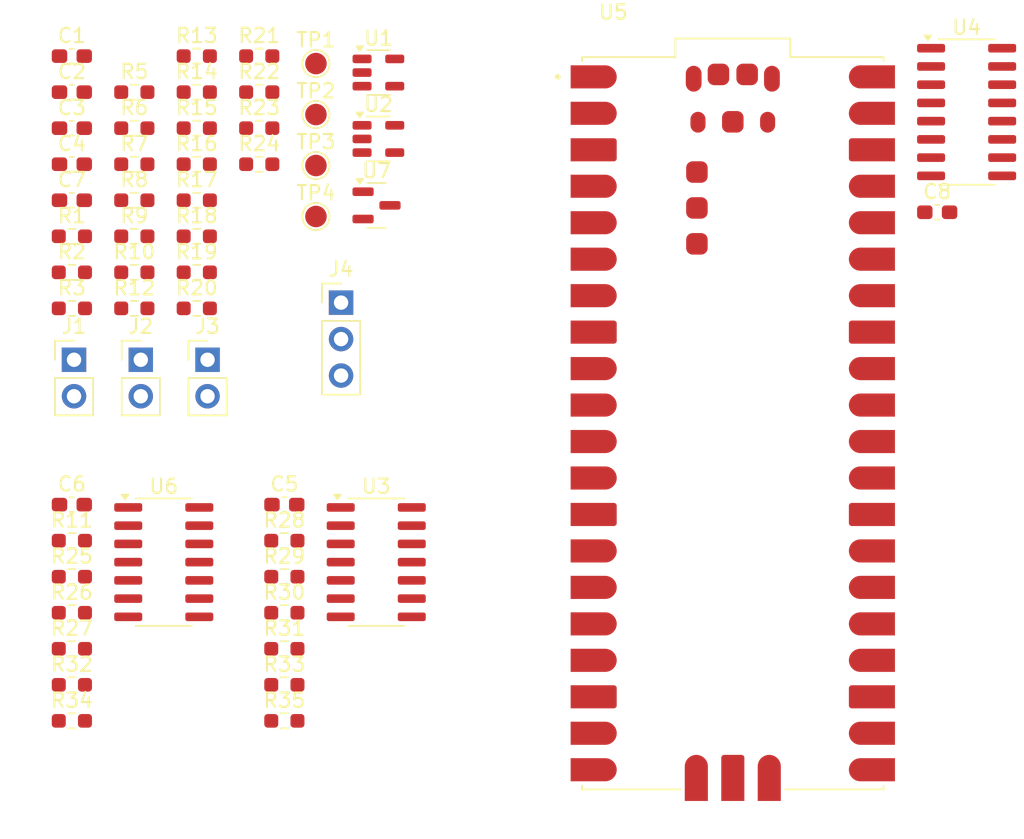
<source format=kicad_pcb>
(kicad_pcb (version 20240108) (generator "pcbnew") (generator_version "8.0")
  (layers (0 "F.Cu" signal) (31 "B.Cu" signal) (34 "B.Paste" user) (35 "F.Paste" user) (36 "B.SilkS" user "B.Silkscreen") (37 "F.SilkS" user "F.Silkscreen") (38 "B.Mask" user) (39 "F.Mask" user) (44 "Edge.Cuts" user))
  (net 0 "")
  (net 1 "+5V")
  (net 2 "GND")
  (net 3 "Net-(C2-Pad2)")
  (net 4 "Net-(C2-Pad1)")
  (net 5 "Net-(C3-Pad2)")
  (net 6 "/DiffAmp1/IN+")
  (net 7 "/DiffAmp1/IN-")
  (net 8 "/DiffAmp2/IN-")
  (net 9 "+3.3V")
  (net 10 "Net-(J4-Pin_3)")
  (net 11 "Net-(J4-Pin_2)")
  (net 12 "Net-(J4-Pin_1)")
  (net 13 "Net-(U5-ADC_VREF)")
  (net 14 "/DiffAmp2/OUT")
  (net 15 "Net-(U2--)")
  (net 16 "Net-(U5-GP26)")
  (net 17 "/DiffAmp1/OUT")
  (net 18 "Net-(U5-GP27)")
  (net 19 "Net-(U4-A6)")
  (net 20 "Net-(U6D--)")
  (net 21 "Net-(U6A-+)")
  (net 22 "Net-(U4-A5)")
  (net 23 "Net-(U4-A4)")
  (net 24 "Net-(U4-A3)")
  (net 25 "Net-(U4-A2)")
  (net 26 "Net-(U4-A1)")
  (net 27 "Net-(U4-A0)")
  (net 29 "Net-(U1-+)")
  (net 30 "Net-(U6C--)")
  (net 31 "Net-(U6A--)")
  (net 32 "Net-(U3B-+)")
  (net 33 "Net-(U3D--)")
  (net 34 "Net-(U3A-+)")
  (net 35 "Net-(U3A--)")
  (net 36 "Net-(U3C--)")
  (net 37 "Net-(U6B-+)")
  (net 38 "Net-(U3B--)")
  (net 40 "/bit1")
  (net 41 "/bit2")
  (net 42 "/bit0")
  (net 43 "Net-(U6B--)")
  (footprint "Package_TO_SOT_SMD:SOT-23-5" (layer "F.Cu") (at 146.625 76.44)
    (property "Reference" "U1" (at 0 -2.4 0) (layer "F.SilkS"))
    (property "Value" "OP179GRT")
    (pad "1" smd roundrect (at -1.1375 -0.95) (size 1.325 0.6) (layers "F.Cu" "F.Paste" "F.Mask") (net 8 "/DiffAmp2/IN-"))
    (pad "2" smd roundrect (at -1.1375 0) (size 1.325 0.6) (layers "F.Cu" "F.Paste" "F.Mask") (net 1 "+5V"))
    (pad "3" smd roundrect (at -1.1375 0.95) (size 1.325 0.6) (layers "F.Cu" "F.Paste" "F.Mask") (net 29 "Net-(U1-+)"))
    (pad "4" smd roundrect (at 1.1375 0.95) (size 1.325 0.6) (layers "F.Cu" "F.Paste" "F.Mask") (net 8 "/DiffAmp2/IN-"))
    (pad "5" smd roundrect (at 1.1375 -0.95) (size 1.325 0.6) (layers "F.Cu" "F.Paste" "F.Mask") (net 2 "GND"))
  )
  (footprint "Resistor_SMD:R_0603_1608Metric_Pad0.98x0.95mm_HandSolder" (layer "F.Cu") (at 129.625 85.335)
    (property "Reference" "R8" (at 0 -1.43 0) (layer "F.SilkS"))
    (property "Value" "6.81k")
    (pad "1" smd roundrect (at -0.9125 0) (size 0.975 0.95) (layers "F.Cu" "F.Paste" "F.Mask") (net 17 "/DiffAmp1/OUT"))
    (pad "2" smd roundrect (at 0.9125 0) (size 0.975 0.95) (layers "F.Cu" "F.Paste" "F.Mask") (net 16 "Net-(U5-GP26)"))
  )
  (footprint "Package_SO:SOIC-16_3.9x9.9mm_P1.27mm" (layer "F.Cu") (at 187.595 79.19)
    (property "Reference" "U4" (at 0 -5.9 0) (layer "F.SilkS"))
    (property "Value" "74HC4051")
    (pad "1" smd roundrect (at -2.475 -4.445) (size 1.95 0.6) (layers "F.Cu" "F.Paste" "F.Mask") (net 23 "Net-(U4-A4)"))
    (pad "2" smd roundrect (at -2.475 -3.175) (size 1.95 0.6) (layers "F.Cu" "F.Paste" "F.Mask") (net 19 "Net-(U4-A6)"))
    (pad "3" smd roundrect (at -2.475 -1.905) (size 1.95 0.6) (layers "F.Cu" "F.Paste" "F.Mask") (net 6 "/DiffAmp1/IN+"))
    (pad "4" smd roundrect (at -2.475 -0.635) (size 1.95 0.6) (layers "F.Cu" "F.Paste" "F.Mask"))
    (pad "5" smd roundrect (at -2.475 0.635) (size 1.95 0.6) (layers "F.Cu" "F.Paste" "F.Mask") (net 22 "Net-(U4-A5)"))
    (pad "6" smd roundrect (at -2.475 1.905) (size 1.95 0.6) (layers "F.Cu" "F.Paste" "F.Mask") (net 2 "GND"))
    (pad "7" smd roundrect (at -2.475 3.175) (size 1.95 0.6) (layers "F.Cu" "F.Paste" "F.Mask") (net 2 "GND"))
    (pad "8" smd roundrect (at -2.475 4.445) (size 1.95 0.6) (layers "F.Cu" "F.Paste" "F.Mask") (net 2 "GND"))
    (pad "9" smd roundrect (at 2.475 4.445) (size 1.95 0.6) (layers "F.Cu" "F.Paste" "F.Mask") (net 41 "/bit2"))
    (pad "10" smd roundrect (at 2.475 3.175) (size 1.95 0.6) (layers "F.Cu" "F.Paste" "F.Mask") (net 40 "/bit1"))
    (pad "11" smd roundrect (at 2.475 1.905) (size 1.95 0.6) (layers "F.Cu" "F.Paste" "F.Mask") (net 42 "/bit0"))
    (pad "12" smd roundrect (at 2.475 0.635) (size 1.95 0.6) (layers "F.Cu" "F.Paste" "F.Mask") (net 24 "Net-(U4-A3)"))
    (pad "13" smd roundrect (at 2.475 -0.635) (size 1.95 0.6) (layers "F.Cu" "F.Paste" "F.Mask") (net 27 "Net-(U4-A0)"))
    (pad "14" smd roundrect (at 2.475 -1.905) (size 1.95 0.6) (layers "F.Cu" "F.Paste" "F.Mask") (net 26 "Net-(U4-A1)"))
    (pad "15" smd roundrect (at 2.475 -3.175) (size 1.95 0.6) (layers "F.Cu" "F.Paste" "F.Mask") (net 25 "Net-(U4-A2)"))
    (pad "16" smd roundrect (at 2.475 -4.445) (size 1.95 0.6) (layers "F.Cu" "F.Paste" "F.Mask") (net 1 "+5V"))
  )
  (footprint "Package_TO_SOT_SMD:SOT-23-5" (layer "F.Cu") (at 146.625 81.065)
    (property "Reference" "U2" (at 0 -2.4 0) (layer "F.SilkS"))
    (property "Value" "MCP6001R")
    (pad "1" smd roundrect (at -1.1375 -0.95) (size 1.325 0.6) (layers "F.Cu" "F.Paste" "F.Mask") (net 6 "/DiffAmp1/IN+"))
    (pad "2" smd roundrect (at -1.1375 0) (size 1.325 0.6) (layers "F.Cu" "F.Paste" "F.Mask") (net 1 "+5V"))
    (pad "3" smd roundrect (at -1.1375 0.95) (size 1.325 0.6) (layers "F.Cu" "F.Paste" "F.Mask") (net 8 "/DiffAmp2/IN-"))
    (pad "4" smd roundrect (at 1.1375 0.95) (size 1.325 0.6) (layers "F.Cu" "F.Paste" "F.Mask") (net 15 "Net-(U2--)"))
    (pad "5" smd roundrect (at 1.1375 -0.95) (size 1.325 0.6) (layers "F.Cu" "F.Paste" "F.Mask") (net 2 "GND"))
  )
  (footprint "Resistor_SMD:R_0603_1608Metric_Pad0.98x0.95mm_HandSolder" (layer "F.Cu") (at 140.075 111.555)
    (property "Reference" "R29" (at 0 -1.43 0) (layer "F.SilkS"))
    (property "Value" "10k")
    (pad "1" smd roundrect (at -0.9125 0) (size 0.975 0.95) (layers "F.Cu" "F.Paste" "F.Mask") (net 32 "Net-(U3B-+)"))
    (pad "2" smd roundrect (at 0.9125 0) (size 0.975 0.95) (layers "F.Cu" "F.Paste" "F.Mask") (net 2 "GND"))
  )
  (footprint "Resistor_SMD:R_0603_1608Metric_Pad0.98x0.95mm_HandSolder" (layer "F.Cu") (at 133.975 90.355)
    (property "Reference" "R19" (at 0 -1.43 0) (layer "F.SilkS"))
    (property "Value" "49.9")
    (pad "1" smd roundrect (at -0.9125 0) (size 0.975 0.95) (layers "F.Cu" "F.Paste" "F.Mask") (net 27 "Net-(U4-A0)"))
    (pad "2" smd roundrect (at 0.9125 0) (size 0.975 0.95) (layers "F.Cu" "F.Paste" "F.Mask") (net 7 "/DiffAmp1/IN-"))
  )
  (footprint "Capacitor_SMD:C_0603_1608Metric_Pad1.08x0.95mm_HandSolder" (layer "F.Cu") (at 125.275 85.335)
    (property "Reference" "C7" (at 0 -1.43 0) (layer "F.SilkS"))
    (property "Value" "0.1uF")
    (pad "1" smd roundrect (at -0.8625 0) (size 1.075 0.95) (layers "F.Cu" "F.Paste" "F.Mask") (net 1 "+5V"))
    (pad "2" smd roundrect (at 0.8625 0) (size 1.075 0.95) (layers "F.Cu" "F.Paste" "F.Mask") (net 2 "GND"))
  )
  (footprint "Capacitor_SMD:C_0603_1608Metric_Pad1.08x0.95mm_HandSolder" (layer "F.Cu") (at 125.275 80.315)
    (property "Reference" "C3" (at 0 -1.43 0) (layer "F.SilkS"))
    (property "Value" "100pF")
    (pad "1" smd roundrect (at -0.8625 0) (size 1.075 0.95) (layers "F.Cu" "F.Paste" "F.Mask") (net 3 "Net-(C2-Pad2)"))
    (pad "2" smd roundrect (at 0.8625 0) (size 1.075 0.95) (layers "F.Cu" "F.Paste" "F.Mask") (net 5 "Net-(C3-Pad2)"))
  )
  (footprint "Resistor_SMD:R_0603_1608Metric_Pad0.98x0.95mm_HandSolder" (layer "F.Cu") (at 138.325 82.825)
    (property "Reference" "R24" (at 0 -1.43 0) (layer "F.SilkS"))
    (property "Value" "10k")
    (pad "1" smd roundrect (at -0.9125 0) (size 0.975 0.95) (layers "F.Cu" "F.Paste" "F.Mask") (net 12 "Net-(J4-Pin_1)"))
    (pad "2" smd roundrect (at 0.9125 0) (size 0.975 0.95) (layers "F.Cu" "F.Paste" "F.Mask") (net 2 "GND"))
  )
  (footprint "Resistor_SMD:R_0603_1608Metric_Pad0.98x0.95mm_HandSolder" (layer "F.Cu") (at 129.625 92.865)
    (property "Reference" "R12" (at 0 -1.43 0) (layer "F.SilkS"))
    (property "Value" "10k")
    (pad "1" smd roundrect (at -0.9125 0) (size 0.975 0.95) (layers "F.Cu" "F.Paste" "F.Mask") (net 18 "Net-(U5-GP27)"))
    (pad "2" smd roundrect (at 0.9125 0) (size 0.975 0.95) (layers "F.Cu" "F.Paste" "F.Mask") (net 2 "GND"))
  )
  (footprint "TestPoint:TestPoint_Pad_D1.5mm" (layer "F.Cu") (at 142.275 82.915)
    (property "Reference" "TP3" (at 0 -1.648 0) (layer "F.SilkS"))
    (property "Value" "~")
    (pad "1" smd circle (at 0 0) (size 1.5 1.5) (layers "F.Cu" "F.Mask") (net 6 "/DiffAmp1/IN+"))
  )
  (footprint "Resistor_SMD:R_0603_1608Metric_Pad0.98x0.95mm_HandSolder" (layer "F.Cu") (at 140.075 121.595)
    (property "Reference" "R35" (at 0 -1.43 0) (layer "F.SilkS"))
    (property "Value" "10k+/-0.1%")
    (pad "1" smd roundrect (at -0.9125 0) (size 0.975 0.95) (layers "F.Cu" "F.Paste" "F.Mask") (net 35 "Net-(U3A--)"))
    (pad "2" smd roundrect (at 0.9125 0) (size 0.975 0.95) (layers "F.Cu" "F.Paste" "F.Mask") (net 17 "/DiffAmp1/OUT"))
  )
  (footprint "Resistor_SMD:R_0603_1608Metric_Pad0.98x0.95mm_HandSolder" (layer "F.Cu") (at 138.325 75.295)
    (property "Reference" "R21" (at 0 -1.43 0) (layer "F.SilkS"))
    (property "Value" "10k")
    (pad "1" smd roundrect (at -0.9125 0) (size 0.975 0.95) (layers "F.Cu" "F.Paste" "F.Mask") (net 29 "Net-(U1-+)"))
    (pad "2" smd roundrect (at 0.9125 0) (size 0.975 0.95) (layers "F.Cu" "F.Paste" "F.Mask") (net 2 "GND"))
  )
  (footprint "Package_SO:SOIC-14_3.9x8.7mm_P1.27mm" (layer "F.Cu") (at 131.675 110.54)
    (property "Reference" "U6" (at 0 -5.28 0) (layer "F.SilkS"))
    (property "Value" "LM6144xIx")
    (pad "1" smd roundrect (at -2.475 -3.81) (size 1.95 0.6) (layers "F.Cu" "F.Paste" "F.Mask") (net 14 "/DiffAmp2/OUT"))
    (pad "2" smd roundrect (at -2.475 -2.54) (size 1.95 0.6) (layers "F.Cu" "F.Paste" "F.Mask") (net 31 "Net-(U6A--)"))
    (pad "3" smd roundrect (at -2.475 -1.27) (size 1.95 0.6) (layers "F.Cu" "F.Paste" "F.Mask") (net 21 "Net-(U6A-+)"))
    (pad "4" smd roundrect (at -2.475 0) (size 1.95 0.6) (layers "F.Cu" "F.Paste" "F.Mask") (net 1 "+5V"))
    (pad "5" smd roundrect (at -2.475 1.27) (size 1.95 0.6) (layers "F.Cu" "F.Paste" "F.Mask") (net 37 "Net-(U6B-+)"))
    (pad "6" smd roundrect (at -2.475 2.54) (size 1.95 0.6) (layers "F.Cu" "F.Paste" "F.Mask") (net 43 "Net-(U6B--)"))
    (pad "7" smd roundrect (at -2.475 3.81) (size 1.95 0.6) (layers "F.Cu" "F.Paste" "F.Mask") (net 43 "Net-(U6B--)"))
    (pad "8" smd roundrect (at 2.475 3.81) (size 1.95 0.6) (layers "F.Cu" "F.Paste" "F.Mask") (net 30 "Net-(U6C--)"))
    (pad "9" smd roundrect (at 2.475 2.54) (size 1.95 0.6) (layers "F.Cu" "F.Paste" "F.Mask") (net 30 "Net-(U6C--)"))
    (pad "10" smd roundrect (at 2.475 1.27) (size 1.95 0.6) (layers "F.Cu" "F.Paste" "F.Mask") (net 8 "/DiffAmp2/IN-"))
    (pad "11" smd roundrect (at 2.475 0) (size 1.95 0.6) (layers "F.Cu" "F.Paste" "F.Mask") (net 2 "GND"))
    (pad "12" smd roundrect (at 2.475 -1.27) (size 1.95 0.6) (layers "F.Cu" "F.Paste" "F.Mask") (net 7 "/DiffAmp1/IN-"))
    (pad "13" smd roundrect (at 2.475 -2.54) (size 1.95 0.6) (layers "F.Cu" "F.Paste" "F.Mask") (net 20 "Net-(U6D--)"))
    (pad "14" smd roundrect (at 2.475 -3.81) (size 1.95 0.6) (layers "F.Cu" "F.Paste" "F.Mask") (net 20 "Net-(U6D--)"))
  )
  (footprint "Resistor_SMD:R_0603_1608Metric_Pad0.98x0.95mm_HandSolder" (layer "F.Cu") (at 140.075 119.085)
    (property "Reference" "R33" (at 0 -1.43 0) (layer "F.SilkS"))
    (property "Value" "10k+/-0.1%")
    (pad "1" smd roundrect (at -0.9125 0) (size 0.975 0.95) (layers "F.Cu" "F.Paste" "F.Mask") (net 2 "GND"))
    (pad "2" smd roundrect (at 0.9125 0) (size 0.975 0.95) (layers "F.Cu" "F.Paste" "F.Mask") (net 34 "Net-(U3A-+)"))
  )
  (footprint "Capacitor_SMD:C_0603_1608Metric_Pad1.08x0.95mm_HandSolder" (layer "F.Cu") (at 125.275 75.295)
    (property "Reference" "C1" (at 0 -1.43 0) (layer "F.SilkS"))
    (property "Value" "0.1uF")
    (pad "1" smd roundrect (at -0.8625 0) (size 1.075 0.95) (layers "F.Cu" "F.Paste" "F.Mask") (net 1 "+5V"))
    (pad "2" smd roundrect (at 0.8625 0) (size 1.075 0.95) (layers "F.Cu" "F.Paste" "F.Mask") (net 2 "GND"))
  )
  (footprint "Resistor_SMD:R_0603_1608Metric_Pad0.98x0.95mm_HandSolder" (layer "F.Cu") (at 125.275 90.355)
    (property "Reference" "R2" (at 0 -1.43 0) (layer "F.SilkS"))
    (property "Value" "10k")
    (pad "1" smd roundrect (at -0.9125 0) (size 0.975 0.95) (layers "F.Cu" "F.Paste" "F.Mask") (net 1 "+5V"))
    (pad "2" smd roundrect (at 0.9125 0) (size 0.975 0.95) (layers "F.Cu" "F.Paste" "F.Mask") (net 13 "Net-(U5-ADC_VREF)"))
  )
  (footprint "Capacitor_SMD:C_0603_1608Metric_Pad1.08x0.95mm_HandSolder" (layer "F.Cu") (at 125.275 106.535)
    (property "Reference" "C6" (at 0 -1.43 0) (layer "F.SilkS"))
    (property "Value" "0.1uF")
    (pad "1" smd roundrect (at -0.8625 0) (size 1.075 0.95) (layers "F.Cu" "F.Paste" "F.Mask") (net 1 "+5V"))
    (pad "2" smd roundrect (at 0.8625 0) (size 1.075 0.95) (layers "F.Cu" "F.Paste" "F.Mask") (net 2 "GND"))
  )
  (footprint "Resistor_SMD:R_0603_1608Metric_Pad0.98x0.95mm_HandSolder" (layer "F.Cu") (at 129.625 87.845)
    (property "Reference" "R9" (at 0 -1.43 0) (layer "F.SilkS"))
    (property "Value" "10k")
    (pad "1" smd roundrect (at -0.9125 0) (size 0.975 0.95) (layers "F.Cu" "F.Paste" "F.Mask") (net 2 "GND"))
    (pad "2" smd roundrect (at 0.9125 0) (size 0.975 0.95) (layers "F.Cu" "F.Paste" "F.Mask") (net 16 "Net-(U5-GP26)"))
  )
  (footprint "Package_TO_SOT_SMD:SOT-23" (layer "F.Cu") (at 146.495 85.69)
    (property "Reference" "U7" (at 0 -2.4 0) (layer "F.SilkS"))
    (property "Value" "LM4040DBZ-3")
    (pad "1" smd roundrect (at -0.9375 -0.95) (size 1.475 0.6) (layers "F.Cu" "F.Paste" "F.Mask") (net 13 "Net-(U5-ADC_VREF)"))
    (pad "2" smd roundrect (at -0.9375 0.95) (size 1.475 0.6) (layers "F.Cu" "F.Paste" "F.Mask") (net 2 "GND"))
    (pad "3" smd roundrect (at 0.9375 0) (size 1.475 0.6) (layers "F.Cu" "F.Paste" "F.Mask"))
  )
  (footprint "Resistor_SMD:R_0603_1608Metric_Pad0.98x0.95mm_HandSolder" (layer "F.Cu") (at 133.975 87.845)
    (property "Reference" "R18" (at 0 -1.43 0) (layer "F.SilkS"))
    (property "Value" "499")
    (pad "1" smd roundrect (at -0.9125 0) (size 0.975 0.95) (layers "F.Cu" "F.Paste" "F.Mask") (net 26 "Net-(U4-A1)"))
    (pad "2" smd roundrect (at 0.9125 0) (size 0.975 0.95) (layers "F.Cu" "F.Paste" "F.Mask") (net 7 "/DiffAmp1/IN-"))
  )
  (footprint "Connector_PinHeader_2.54mm:PinHeader_1x03_P2.54mm_Vertical" (layer "F.Cu") (at 144.025 92.465)
    (property "Reference" "J4" (at 0 -2.33 0) (layer "F.SilkS"))
    (property "Value" "SWITCH")
    (pad "1" thru_hole rect (at 0 0) (size 1.7 1.7) (drill 1) (layers "*.Cu" "*.Mask") (net 12 "Net-(J4-Pin_1)"))
    (pad "2" thru_hole oval (at 0 2.54) (size 1.7 1.7) (drill 1) (layers "*.Cu" "*.Mask") (net 11 "Net-(J4-Pin_2)"))
    (pad "3" thru_hole oval (at 0 5.08) (size 1.7 1.7) (drill 1) (layers "*.Cu" "*.Mask") (net 10 "Net-(J4-Pin_3)"))
  )
  (footprint "Resistor_SMD:R_0603_1608Metric_Pad0.98x0.95mm_HandSolder" (layer "F.Cu") (at 129.625 82.825)
    (property "Reference" "R7" (at 0 -1.43 0) (layer "F.SilkS"))
    (property "Value" "6.49k")
    (pad "1" smd roundrect (at -0.9125 0) (size 0.975 0.95) (layers "F.Cu" "F.Paste" "F.Mask") (net 5 "Net-(C3-Pad2)"))
    (pad "2" smd roundrect (at 0.9125 0) (size 0.975 0.95) (layers "F.Cu" "F.Paste" "F.Mask") (net 8 "/DiffAmp2/IN-"))
  )
  (footprint "Resistor_SMD:R_0603_1608Metric_Pad0.98x0.95mm_HandSolder" (layer "F.Cu") (at 133.975 75.295)
    (property "Reference" "R13" (at 0 -1.43 0) (layer "F.SilkS"))
    (property "Value" "49.9M")
    (pad "1" smd roundrect (at -0.9125 0) (size 0.975 0.95) (layers "F.Cu" "F.Paste" "F.Mask") (net 19 "Net-(U4-A6)"))
    (pad "2" smd roundrect (at 0.9125 0) (size 0.975 0.95) (layers "F.Cu" "F.Paste" "F.Mask") (net 7 "/DiffAmp1/IN-"))
  )
  (footprint "Connector_PinHeader_2.54mm:PinHeader_1x02_P2.54mm_Vertical" (layer "F.Cu") (at 134.725 96.445)
    (property "Reference" "J3" (at 0 -2.33 0) (layer "F.SilkS"))
    (property "Value" "SWITCH")
    (pad "1" thru_hole rect (at 0 0) (size 1.7 1.7) (drill 1) (layers "*.Cu" "*.Mask") (net 9 "+3.3V"))
    (pad "2" thru_hole oval (at 0 2.54) (size 1.7 1.7) (drill 1) (layers "*.Cu" "*.Mask") (net 9 "+3.3V"))
  )
  (footprint "Capacitor_SMD:C_0603_1608Metric_Pad1.08x0.95mm_HandSolder" (layer "F.Cu") (at 125.275 77.805)
    (property "Reference" "C2" (at 0 -1.43 0) (layer "F.SilkS"))
    (property "Value" "100pF")
    (pad "1" smd roundrect (at -0.8625 0) (size 1.075 0.95) (layers "F.Cu" "F.Paste" "F.Mask") (net 4 "Net-(C2-Pad1)"))
    (pad "2" smd roundrect (at 0.8625 0) (size 1.075 0.95) (layers "F.Cu" "F.Paste" "F.Mask") (net 3 "Net-(C2-Pad2)"))
  )
  (footprint "Resistor_SMD:R_0603_1608Metric_Pad0.98x0.95mm_HandSolder" (layer "F.Cu") (at 125.275 111.555)
    (property "Reference" "R25" (at 0 -1.43 0) (layer "F.SilkS"))
    (property "Value" "10k+/-0.1%")
    (pad "1" smd roundrect (at -0.9125 0) (size 0.975 0.95) (layers "F.Cu" "F.Paste" "F.Mask") (net 2 "GND"))
    (pad "2" smd roundrect (at 0.9125 0) (size 0.975 0.95) (layers "F.Cu" "F.Paste" "F.Mask") (net 21 "Net-(U6A-+)"))
  )
  (footprint "Resistor_SMD:R_0603_1608Metric_Pad0.98x0.95mm_HandSolder" (layer "F.Cu") (at 133.975 77.805)
    (property "Reference" "R14" (at 0 -1.43 0) (layer "F.SilkS"))
    (property "Value" "4.99M")
    (pad "1" smd roundrect (at -0.9125 0) (size 0.975 0.95) (layers "F.Cu" "F.Paste" "F.Mask") (net 22 "Net-(U4-A5)"))
    (pad "2" smd roundrect (at 0.9125 0) (size 0.975 0.95) (layers "F.Cu" "F.Paste" "F.Mask") (net 7 "/DiffAmp1/IN-"))
  )
  (footprint "Resistor_SMD:R_0603_1608Metric_Pad0.98x0.95mm_HandSolder" (layer "F.Cu") (at 125.275 87.845)
    (property "Reference" "R1" (at 0 -1.43 0) (layer "F.SilkS"))
    (property "Value" "6.49k")
    (pad "1" smd roundrect (at -0.9125 0) (size 0.975 0.95) (layers "F.Cu" "F.Paste" "F.Mask") (net 3 "Net-(C2-Pad2)"))
    (pad "2" smd roundrect (at 0.9125 0) (size 0.975 0.95) (layers "F.Cu" "F.Paste" "F.Mask") (net 8 "/DiffAmp2/IN-"))
  )
  (footprint "LCR_meter_parts:MODULE_SC0915" (layer "F.Cu") (at 171.31 100.87)
    (property "Reference" "U5" (at -8.325 -28.635 0) (layer "F.SilkS"))
    (property "Value" "SC0915")
    (pad "1" smd custom (at -9.69 -24.13) (size 1 1) (layers "F.Cu") (net 42 "/bit0") (options (clearance outline) (anchor rect)) (primitives (gr_poly (pts (xy -1.6 0.8) (xy -1.6 -0.8) (xy 0.8 -0.8) (xy 0.842 -0.799) (xy 0.884 -0.796) (xy 0.925 -0.79) (xy 0.966 -0.783) (xy 1.007 -0.773) (xy 1.047 -0.761) (xy 1.087 -0.747) (xy 1.125 -0.731) (xy 1.163 -0.713) (xy 1.2 -0.693) (xy 1.236 -0.671) (xy 1.27 -0.647) (xy 1.303 -0.622) (xy 1.335 -0.595) (xy 1.366 -0.566) (xy 1.395 -0.535) (xy 1.422 -0.503) (xy 1.447 -0.47) (xy 1.471 -0.436) (xy 1.493 -0.4) (xy 1.513 -0.363) (xy 1.531 -0.325) (xy 1.547 -0.287) (xy 1.561 -0.247) (xy 1.573 -0.207) (xy 1.583 -0.166) (xy 1.59 -0.125) (xy 1.596 -0.084) (xy 1.599 -0.042) (xy 1.6 0) (xy 1.599 0.042) (xy 1.596 0.084) (xy 1.59 0.125) (xy 1.583 0.166) (xy 1.573 0.207) (xy 1.561 0.247) (xy 1.547 0.287) (xy 1.531 0.325) (xy 1.513 0.363) (xy 1.493 0.4) (xy 1.471 0.436) (xy 1.447 0.47) (xy 1.422 0.503) (xy 1.395 0.535) (xy 1.366 0.566) (xy 1.335 0.595) (xy 1.303 0.622) (xy 1.27 0.647) (xy 1.236 0.671) (xy 1.2 0.693) (xy 1.163 0.713) (xy 1.125 0.731) (xy 1.087 0.747) (xy 1.047 0.761) (xy 1.007 0.773) (xy 0.966 0.783) (xy 0.925 0.79) (xy 0.884 0.796) (xy 0.842 0.799) (xy 0.8 0.8) (xy -1.6 0.8)) (width 0.01) (fill yes))))
    (pad "2" smd custom (at -9.69 -21.59) (size 1 1) (layers "F.Cu") (net 40 "/bit1") (options (clearance outline) (anchor rect)) (primitives (gr_poly (pts (xy -1.6 0.8) (xy -1.6 -0.8) (xy 0.8 -0.8) (xy 0.842 -0.799) (xy 0.884 -0.796) (xy 0.925 -0.79) (xy 0.966 -0.783) (xy 1.007 -0.773) (xy 1.047 -0.761) (xy 1.087 -0.747) (xy 1.125 -0.731) (xy 1.163 -0.713) (xy 1.2 -0.693) (xy 1.236 -0.671) (xy 1.27 -0.647) (xy 1.303 -0.622) (xy 1.335 -0.595) (xy 1.366 -0.566) (xy 1.395 -0.535) (xy 1.422 -0.503) (xy 1.447 -0.47) (xy 1.471 -0.436) (xy 1.493 -0.4) (xy 1.513 -0.363) (xy 1.531 -0.325) (xy 1.547 -0.287) (xy 1.561 -0.247) (xy 1.573 -0.207) (xy 1.583 -0.166) (xy 1.59 -0.125) (xy 1.596 -0.084) (xy 1.599 -0.042) (xy 1.6 0) (xy 1.599 0.042) (xy 1.596 0.084) (xy 1.59 0.125) (xy 1.583 0.166) (xy 1.573 0.207) (xy 1.561 0.247) (xy 1.547 0.287) (xy 1.531 0.325) (xy 1.513 0.363) (xy 1.493 0.4) (xy 1.471 0.436) (xy 1.447 0.47) (xy 1.422 0.503) (xy 1.395 0.535) (xy 1.366 0.566) (xy 1.335 0.595) (xy 1.303 0.622) (xy 1.27 0.647) (xy 1.236 0.671) (xy 1.2 0.693) (xy 1.163 0.713) (xy 1.125 0.731) (xy 1.087 0.747) (xy 1.047 0.761) (xy 1.007 0.773) (xy 0.966 0.783) (xy 0.925 0.79) (xy 0.884 0.796) (xy 0.842 0.799) (xy 0.8 0.8) (xy -1.6 0.8)) (width 0.01) (fill yes))))
    (pad "3" smd custom (at -9.69 -19.05) (size 1 1) (layers "F.Cu") (net 2 "GND") (options (clearance outline) (anchor rect)) (primitives (gr_poly (pts (xy -1.6 0.8) (xy -1.6 -0.8) (xy 1.4 -0.8) (xy 1.41 -0.8) (xy 1.421 -0.799) (xy 1.431 -0.798) (xy 1.442 -0.796) (xy 1.452 -0.793) (xy 1.462 -0.79) (xy 1.472 -0.787) (xy 1.481 -0.783) (xy 1.491 -0.778) (xy 1.5 -0.773) (xy 1.509 -0.768) (xy 1.518 -0.762) (xy 1.526 -0.755) (xy 1.534 -0.749) (xy 1.541 -0.741) (xy 1.549 -0.734) (xy 1.555 -0.726) (xy 1.562 -0.718) (xy 1.568 -0.709) (xy 1.573 -0.7) (xy 1.578 -0.691) (xy 1.583 -0.681) (xy 1.587 -0.672) (xy 1.59 -0.662) (xy 1.593 -0.652) (xy 1.596 -0.642) (xy 1.598 -0.631) (xy 1.599 -0.621) (xy 1.6 -0.61) (xy 1.6 -0.6) (xy 1.6 0.6) (xy 1.6 0.61) (xy 1.599 0.621) (xy 1.598 0.631) (xy 1.596 0.642) (xy 1.593 0.652) (xy 1.59 0.662) (xy 1.587 0.672) (xy 1.583 0.681) (xy 1.578 0.691) (xy 1.573 0.7) (xy 1.568 0.709) (xy 1.562 0.718) (xy 1.555 0.726) (xy 1.549 0.734) (xy 1.541 0.741) (xy 1.534 0.749) (xy 1.526 0.755) (xy 1.518 0.762) (xy 1.509 0.768) (xy 1.5 0.773) (xy 1.491 0.778) (xy 1.481 0.783) (xy 1.472 0.787) (xy 1.462 0.79) (xy 1.452 0.793) (xy 1.442 0.796) (xy 1.431 0.798) (xy 1.421 0.799) (xy 1.41 0.8) (xy 1.4 0.8) (xy -1.6 0.8)) (width 0.01) (fill yes))))
    (pad "4" smd custom (at -9.69 -16.51) (size 1 1) (layers "F.Cu") (net 41 "/bit2") (options (clearance outline) (anchor rect)) (primitives (gr_poly (pts (xy -1.6 0.8) (xy -1.6 -0.8) (xy 0.8 -0.8) (xy 0.842 -0.799) (xy 0.884 -0.796) (xy 0.925 -0.79) (xy 0.966 -0.783) (xy 1.007 -0.773) (xy 1.047 -0.761) (xy 1.087 -0.747) (xy 1.125 -0.731) (xy 1.163 -0.713) (xy 1.2 -0.693) (xy 1.236 -0.671) (xy 1.27 -0.647) (xy 1.303 -0.622) (xy 1.335 -0.595) (xy 1.366 -0.566) (xy 1.395 -0.535) (xy 1.422 -0.503) (xy 1.447 -0.47) (xy 1.471 -0.436) (xy 1.493 -0.4) (xy 1.513 -0.363) (xy 1.531 -0.325) (xy 1.547 -0.287) (xy 1.561 -0.247) (xy 1.573 -0.207) (xy 1.583 -0.166) (xy 1.59 -0.125) (xy 1.596 -0.084) (xy 1.599 -0.042) (xy 1.6 0) (xy 1.599 0.042) (xy 1.596 0.084) (xy 1.59 0.125) (xy 1.583 0.166) (xy 1.573 0.207) (xy 1.561 0.247) (xy 1.547 0.287) (xy 1.531 0.325) (xy 1.513 0.363) (xy 1.493 0.4) (xy 1.471 0.436) (xy 1.447 0.47) (xy 1.422 0.503) (xy 1.395 0.535) (xy 1.366 0.566) (xy 1.335 0.595) (xy 1.303 0.622) (xy 1.27 0.647) (xy 1.236 0.671) (xy 1.2 0.693) (xy 1.163 0.713) (xy 1.125 0.731) (xy 1.087 0.747) (xy 1.047 0.761) (xy 1.007 0.773) (xy 0.966 0.783) (xy 0.925 0.79) (xy 0.884 0.796) (xy 0.842 0.799) (xy 0.8 0.8) (xy -1.6 0.8)) (width 0.01) (fill yes))))
    (pad "5" smd custom (at -9.69 -13.97) (size 1 1) (layers "F.Cu") (options (clearance outline) (anchor rect)) (primitives (gr_poly (pts (xy -1.6 0.8) (xy -1.6 -0.8) (xy 0.8 -0.8) (xy 0.842 -0.799) (xy 0.884 -0.796) (xy 0.925 -0.79) (xy 0.966 -0.783) (xy 1.007 -0.773) (xy 1.047 -0.761) (xy 1.087 -0.747) (xy 1.125 -0.731) (xy 1.163 -0.713) (xy 1.2 -0.693) (xy 1.236 -0.671) (xy 1.27 -0.647) (xy 1.303 -0.622) (xy 1.335 -0.595) (xy 1.366 -0.566) (xy 1.395 -0.535) (xy 1.422 -0.503) (xy 1.447 -0.47) (xy 1.471 -0.436) (xy 1.493 -0.4) (xy 1.513 -0.363) (xy 1.531 -0.325) (xy 1.547 -0.287) (xy 1.561 -0.247) (xy 1.573 -0.207) (xy 1.583 -0.166) (xy 1.59 -0.125) (xy 1.596 -0.084) (xy 1.599 -0.042) (xy 1.6 0) (xy 1.599 0.042) (xy 1.596 0.084) (xy 1.59 0.125) (xy 1.583 0.166) (xy 1.573 0.207) (xy 1.561 0.247) (xy 1.547 0.287) (xy 1.531 0.325) (xy 1.513 0.363) (xy 1.493 0.4) (xy 1.471 0.436) (xy 1.447 0.47) (xy 1.422 0.503) (xy 1.395 0.535) (xy 1.366 0.566) (xy 1.335 0.595) (xy 1.303 0.622) (xy 1.27 0.647) (xy 1.236 0.671) (xy 1.2 0.693) (xy 1.163 0.713) (xy 1.125 0.731) (xy 1.087 0.747) (xy 1.047 0.761) (xy 1.007 0.773) (xy 0.966 0.783) (xy 0.925 0.79) (xy 0.884 0.796) (xy 0.842 0.799) (xy 0.8 0.8) (xy -1.6 0.8)) (width 0.01) (fill yes))))
    (pad "6" smd custom (at -9.69 -11.43) (size 1 1) (layers "F.Cu") (options (clearance outline) (anchor rect)) (primitives (gr_poly (pts (xy -1.6 0.8) (xy -1.6 -0.8) (xy 0.8 -0.8) (xy 0.842 -0.799) (xy 0.884 -0.796) (xy 0.925 -0.79) (xy 0.966 -0.783) (xy 1.007 -0.773) (xy 1.047 -0.761) (xy 1.087 -0.747) (xy 1.125 -0.731) (xy 1.163 -0.713) (xy 1.2 -0.693) (xy 1.236 -0.671) (xy 1.27 -0.647) (xy 1.303 -0.622) (xy 1.335 -0.595) (xy 1.366 -0.566) (xy 1.395 -0.535) (xy 1.422 -0.503) (xy 1.447 -0.47) (xy 1.471 -0.436) (xy 1.493 -0.4) (xy 1.513 -0.363) (xy 1.531 -0.325) (xy 1.547 -0.287) (xy 1.561 -0.247) (xy 1.573 -0.207) (xy 1.583 -0.166) (xy 1.59 -0.125) (xy 1.596 -0.084) (xy 1.599 -0.042) (xy 1.6 0) (xy 1.599 0.042) (xy 1.596 0.084) (xy 1.59 0.125) (xy 1.583 0.166) (xy 1.573 0.207) (xy 1.561 0.247) (xy 1.547 0.287) (xy 1.531 0.325) (xy 1.513 0.363) (xy 1.493 0.4) (xy 1.471 0.436) (xy 1.447 0.47) (xy 1.422 0.503) (xy 1.395 0.535) (xy 1.366 0.566) (xy 1.335 0.595) (xy 1.303 0.622) (xy 1.27 0.647) (xy 1.236 0.671) (xy 1.2 0.693) (xy 1.163 0.713) (xy 1.125 0.731) (xy 1.087 0.747) (xy 1.047 0.761) (xy 1.007 0.773) (xy 0.966 0.783) (xy 0.925 0.79) (xy 0.884 0.796) (xy 0.842 0.799) (xy 0.8 0.8) (xy -1.6 0.8)) (width 0.01) (fill yes))))
    (pad "7" smd custom (at -9.69 -8.89) (size 1 1) (layers "F.Cu") (options (clearance outline) (anchor rect)) (primitives (gr_poly (pts (xy -1.6 0.8) (xy -1.6 -0.8) (xy 0.8 -0.8) (xy 0.842 -0.799) (xy 0.884 -0.796) (xy 0.925 -0.79) (xy 0.966 -0.783) (xy 1.007 -0.773) (xy 1.047 -0.761) (xy 1.087 -0.747) (xy 1.125 -0.731) (xy 1.163 -0.713) (xy 1.2 -0.693) (xy 1.236 -0.671) (xy 1.27 -0.647) (xy 1.303 -0.622) (xy 1.335 -0.595) (xy 1.366 -0.566) (xy 1.395 -0.535) (xy 1.422 -0.503) (xy 1.447 -0.47) (xy 1.471 -0.436) (xy 1.493 -0.4) (xy 1.513 -0.363) (xy 1.531 -0.325) (xy 1.547 -0.287) (xy 1.561 -0.247) (xy 1.573 -0.207) (xy 1.583 -0.166) (xy 1.59 -0.125) (xy 1.596 -0.084) (xy 1.599 -0.042) (xy 1.6 0) (xy 1.599 0.042) (xy 1.596 0.084) (xy 1.59 0.125) (xy 1.583 0.166) (xy 1.573 0.207) (xy 1.561 0.247) (xy 1.547 0.287) (xy 1.531 0.325) (xy 1.513 0.363) (xy 1.493 0.4) (xy 1.471 0.436) (xy 1.447 0.47) (xy 1.422 0.503) (xy 1.395 0.535) (xy 1.366 0.566) (xy 1.335 0.595) (xy 1.303 0.622) (xy 1.27 0.647) (xy 1.236 0.671) (xy 1.2 0.693) (xy 1.163 0.713) (xy 1.125 0.731) (xy 1.087 0.747) (xy 1.047 0.761) (xy 1.007 0.773) (xy 0.966 0.783) (xy 0.925 0.79) (xy 0.884 0.796) (xy 0.842 0.799) (xy 0.8 0.8) (xy -1.6 0.8)) (width 0.01) (fill yes))))
    (pad "8" smd custom (at -9.69 -6.35) (size 1 1) (layers "F.Cu") (net 2 "GND") (options (clearance outline) (anchor rect)) (primitives (gr_poly (pts (xy -1.6 0.8) (xy -1.6 -0.8) (xy 1.4 -0.8) (xy 1.41 -0.8) (xy 1.421 -0.799) (xy 1.431 -0.798) (xy 1.442 -0.796) (xy 1.452 -0.793) (xy 1.462 -0.79) (xy 1.472 -0.787) (xy 1.481 -0.783) (xy 1.491 -0.778) (xy 1.5 -0.773) (xy 1.509 -0.768) (xy 1.518 -0.762) (xy 1.526 -0.755) (xy 1.534 -0.749) (xy 1.541 -0.741) (xy 1.549 -0.734) (xy 1.555 -0.726) (xy 1.562 -0.718) (xy 1.568 -0.709) (xy 1.573 -0.7) (xy 1.578 -0.691) (xy 1.583 -0.681) (xy 1.587 -0.672) (xy 1.59 -0.662) (xy 1.593 -0.652) (xy 1.596 -0.642) (xy 1.598 -0.631) (xy 1.599 -0.621) (xy 1.6 -0.61) (xy 1.6 -0.6) (xy 1.6 0.6) (xy 1.6 0.61) (xy 1.599 0.621) (xy 1.598 0.631) (xy 1.596 0.642) (xy 1.593 0.652) (xy 1.59 0.662) (xy 1.587 0.672) (xy 1.583 0.681) (xy 1.578 0.691) (xy 1.573 0.7) (xy 1.568 0.709) (xy 1.562 0.718) (xy 1.555 0.726) (xy 1.549 0.734) (xy 1.541 0.741) (xy 1.534 0.749) (xy 1.526 0.755) (xy 1.518 0.762) (xy 1.509 0.768) (xy 1.5 0.773) (xy 1.491 0.778) (xy 1.481 0.783) (xy 1.472 0.787) (xy 1.462 0.79) (xy 1.452 0.793) (xy 1.442 0.796) (xy 1.431 0.798) (xy 1.421 0.799) (xy 1.41 0.8) (xy 1.4 0.8) (xy -1.6 0.8)) (width 0.01) (fill yes))))
    (pad "9" smd custom (at -9.69 -3.81) (size 1 1) (layers "F.Cu") (options (clearance outline) (anchor rect)) (primitives (gr_poly (pts (xy -1.6 0.8) (xy -1.6 -0.8) (xy 0.8 -0.8) (xy 0.842 -0.799) (xy 0.884 -0.796) (xy 0.925 -0.79) (xy 0.966 -0.783) (xy 1.007 -0.773) (xy 1.047 -0.761) (xy 1.087 -0.747) (xy 1.125 -0.731) (xy 1.163 -0.713) (xy 1.2 -0.693) (xy 1.236 -0.671) (xy 1.27 -0.647) (xy 1.303 -0.622) (xy 1.335 -0.595) (xy 1.366 -0.566) (xy 1.395 -0.535) (xy 1.422 -0.503) (xy 1.447 -0.47) (xy 1.471 -0.436) (xy 1.493 -0.4) (xy 1.513 -0.363) (xy 1.531 -0.325) (xy 1.547 -0.287) (xy 1.561 -0.247) (xy 1.573 -0.207) (xy 1.583 -0.166) (xy 1.59 -0.125) (xy 1.596 -0.084) (xy 1.599 -0.042) (xy 1.6 0) (xy 1.599 0.042) (xy 1.596 0.084) (xy 1.59 0.125) (xy 1.583 0.166) (xy 1.573 0.207) (xy 1.561 0.247) (xy 1.547 0.287) (xy 1.531 0.325) (xy 1.513 0.363) (xy 1.493 0.4) (xy 1.471 0.436) (xy 1.447 0.47) (xy 1.422 0.503) (xy 1.395 0.535) (xy 1.366 0.566) (xy 1.335 0.595) (xy 1.303 0.622) (xy 1.27 0.647) (xy 1.236 0.671) (xy 1.2 0.693) (xy 1.163 0.713) (xy 1.125 0.731) (xy 1.087 0.747) (xy 1.047 0.761) (xy 1.007 0.773) (xy 0.966 0.783) (xy 0.925 0.79) (xy 0.884 0.796) (xy 0.842 0.799) (xy 0.8 0.8) (xy -1.6 0.8)) (width 0.01) (fill yes))))
    (pad "10" smd custom (at -9.69 -1.27) (size 1 1) (layers "F.Cu") (options (clearance outline) (anchor rect)) (primitives (gr_poly (pts (xy -1.6 0.8) (xy -1.6 -0.8) (xy 0.8 -0.8) (xy 0.842 -0.799) (xy 0.884 -0.796) (xy 0.925 -0.79) (xy 0.966 -0.783) (xy 1.007 -0.773) (xy 1.047 -0.761) (xy 1.087 -0.747) (xy 1.125 -0.731) (xy 1.163 -0.713) (xy 1.2 -0.693) (xy 1.236 -0.671) (xy 1.27 -0.647) (xy 1.303 -0.622) (xy 1.335 -0.595) (xy 1.366 -0.566) (xy 1.395 -0.535) (xy 1.422 -0.503) (xy 1.447 -0.47) (xy 1.471 -0.436) (xy 1.493 -0.4) (xy 1.513 -0.363) (xy 1.531 -0.325) (xy 1.547 -0.287) (xy 1.561 -0.247) (xy 1.573 -0.207) (xy 1.583 -0.166) (xy 1.59 -0.125) (xy 1.596 -0.084) (xy 1.599 -0.042) (xy 1.6 0) (xy 1.599 0.042) (xy 1.596 0.084) (xy 1.59 0.125) (xy 1.583 0.166) (xy 1.573 0.207) (xy 1.561 0.247) (xy 1.547 0.287) (xy 1.531 0.325) (xy 1.513 0.363) (xy 1.493 0.4) (xy 1.471 0.436) (xy 1.447 0.47) (xy 1.422 0.503) (xy 1.395 0.535) (xy 1.366 0.566) (xy 1.335 0.595) (xy 1.303 0.622) (xy 1.27 0.647) (xy 1.236 0.671) (xy 1.2 0.693) (xy 1.163 0.713) (xy 1.125 0.731) (xy 1.087 0.747) (xy 1.047 0.761) (xy 1.007 0.773) (xy 0.966 0.783) (xy 0.925 0.79) (xy 0.884 0.796) (xy 0.842 0.799) (xy 0.8 0.8) (xy -1.6 0.8)) (width 0.01) (fill yes))))
    (pad "11" smd custom (at -9.69 1.27) (size 1 1) (layers "F.Cu") (options (clearance outline) (anchor rect)) (primitives (gr_poly (pts (xy -1.6 0.8) (xy -1.6 -0.8) (xy 0.8 -0.8) (xy 0.842 -0.799) (xy 0.884 -0.796) (xy 0.925 -0.79) (xy 0.966 -0.783) (xy 1.007 -0.773) (xy 1.047 -0.761) (xy 1.087 -0.747) (xy 1.125 -0.731) (xy 1.163 -0.713) (xy 1.2 -0.693) (xy 1.236 -0.671) (xy 1.27 -0.647) (xy 1.303 -0.622) (xy 1.335 -0.595) (xy 1.366 -0.566) (xy 1.395 -0.535) (xy 1.422 -0.503) (xy 1.447 -0.47) (xy 1.471 -0.436) (xy 1.493 -0.4) (xy 1.513 -0.363) (xy 1.531 -0.325) (xy 1.547 -0.287) (xy 1.561 -0.247) (xy 1.573 -0.207) (xy 1.583 -0.166) (xy 1.59 -0.125) (xy 1.596 -0.084) (xy 1.599 -0.042) (xy 1.6 0) (xy 1.599 0.042) (xy 1.596 0.084) (xy 1.59 0.125) (xy 1.583 0.166) (xy 1.573 0.207) (xy 1.561 0.247) (xy 1.547 0.287) (xy 1.531 0.325) (xy 1.513 0.363) (xy 1.493 0.4) (xy 1.471 0.436) (xy 1.447 0.47) (xy 1.422 0.503) (xy 1.395 0.535) (xy 1.366 0.566) (xy 1.335 0.595) (xy 1.303 0.622) (xy 1.27 0.647) (xy 1.236 0.671) (xy 1.2 0.693) (xy 1.163 0.713) (xy 1.125 0.731) (xy 1.087 0.747) (xy 1.047 0.761) (xy 1.007 0.773) (xy 0.966 0.783) (xy 0.925 0.79) (xy 0.884 0.796) (xy 0.842 0.799) (xy 0.8 0.8) (xy -1.6 0.8)) (width 0.01) (fill yes))))
    (pad "12" smd custom (at -9.69 3.81) (size 1 1) (layers "F.Cu") (options (clearance outline) (anchor rect)) (primitives (gr_poly (pts (xy -1.6 0.8) (xy -1.6 -0.8) (xy 0.8 -0.8) (xy 0.842 -0.799) (xy 0.884 -0.796) (xy 0.925 -0.79) (xy 0.966 -0.783) (xy 1.007 -0.773) (xy 1.047 -0.761) (xy 1.087 -0.747) (xy 1.125 -0.731) (xy 1.163 -0.713) (xy 1.2 -0.693) (xy 1.236 -0.671) (xy 1.27 -0.647) (xy 1.303 -0.622) (xy 1.335 -0.595) (xy 1.366 -0.566) (xy 1.395 -0.535) (xy 1.422 -0.503) (xy 1.447 -0.47) (xy 1.471 -0.436) (xy 1.493 -0.4) (xy 1.513 -0.363) (xy 1.531 -0.325) (xy 1.547 -0.287) (xy 1.561 -0.247) (xy 1.573 -0.207) (xy 1.583 -0.166) (xy 1.59 -0.125) (xy 1.596 -0.084) (xy 1.599 -0.042) (xy 1.6 0) (xy 1.599 0.042) (xy 1.596 0.084) (xy 1.59 0.125) (xy 1.583 0.166) (xy 1.573 0.207) (xy 1.561 0.247) (xy 1.547 0.287) (xy 1.531 0.325) (xy 1.513 0.363) (xy 1.493 0.4) (xy 1.471 0.436) (xy 1.447 0.47) (xy 1.422 0.503) (xy 1.395 0.535) (xy 1.366 0.566) (xy 1.335 0.595) (xy 1.303 0.622) (xy 1.27 0.647) (xy 1.236 0.671) (xy 1.2 0.693) (xy 1.163 0.713) (xy 1.125 0.731) (xy 1.087 0.747) (xy 1.047 0.761) (xy 1.007 0.773) (xy 0.966 0.783) (xy 0.925 0.79) (xy 0.884 0.796) (xy 0.842 0.799) (xy 0.8 0.8) (xy -1.6 0.8)) (width 0.01) (fill yes))))
    (pad "13" smd custom (at -9.69 6.35) (size 1 1) (layers "F.Cu") (net 2 "GND") (options (clearance outline) (anchor rect)) (primitives (gr_poly (pts (xy -1.6 0.8) (xy -1.6 -0.8) (xy 1.4 -0.8) (xy 1.41 -0.8) (xy 1.421 -0.799) (xy 1.431 -0.798) (xy 1.442 -0.796) (xy 1.452 -0.793) (xy 1.462 -0.79) (xy 1.472 -0.787) (xy 1.481 -0.783) (xy 1.491 -0.778) (xy 1.5 -0.773) (xy 1.509 -0.768) (xy 1.518 -0.762) (xy 1.526 -0.755) (xy 1.534 -0.749) (xy 1.541 -0.741) (xy 1.549 -0.734) (xy 1.555 -0.726) (xy 1.562 -0.718) (xy 1.568 -0.709) (xy 1.573 -0.7) (xy 1.578 -0.691) (xy 1.583 -0.681) (xy 1.587 -0.672) (xy 1.59 -0.662) (xy 1.593 -0.652) (xy 1.596 -0.642) (xy 1.598 -0.631) (xy 1.599 -0.621) (xy 1.6 -0.61) (xy 1.6 -0.6) (xy 1.6 0.6) (xy 1.6 0.61) (xy 1.599 0.621) (xy 1.598 0.631) (xy 1.596 0.642) (xy 1.593 0.652) (xy 1.59 0.662) (xy 1.587 0.672) (xy 1.583 0.681) (xy 1.578 0.691) (xy 1.573 0.7) (xy 1.568 0.709) (xy 1.562 0.718) (xy 1.555 0.726) (xy 1.549 0.734) (xy 1.541 0.741) (xy 1.534 0.749) (xy 1.526 0.755) (xy 1.518 0.762) (xy 1.509 0.768) (xy 1.5 0.773) (xy 1.491 0.778) (xy 1.481 0.783) (xy 1.472 0.787) (xy 1.462 0.79) (xy 1.452 0.793) (xy 1.442 0.796) (xy 1.431 0.798) (xy 1.421 0.799) (xy 1.41 0.8) (xy 1.4 0.8) (xy -1.6 0.8)) (width 0.01) (fill yes))))
    (pad "14" smd custom (at -9.69 8.89) (size 1 1) (layers "F.Cu") (options (clearance outline) (anchor rect)) (primitives (gr_poly (pts (xy -1.6 0.8) (xy -1.6 -0.8) (xy 0.8 -0.8) (xy 0.842 -0.799) (xy 0.884 -0.796) (xy 0.925 -0.79) (xy 0.966 -0.783) (xy 1.007 -0.773) (xy 1.047 -0.761) (xy 1.087 -0.747) (xy 1.125 -0.731) (xy 1.163 -0.713) (xy 1.2 -0.693) (xy 1.236 -0.671) (xy 1.27 -0.647) (xy 1.303 -0.622) (xy 1.335 -0.595) (xy 1.366 -0.566) (xy 1.395 -0.535) (xy 1.422 -0.503) (xy 1.447 -0.47) (xy 1.471 -0.436) (xy 1.493 -0.4) (xy 1.513 -0.363) (xy 1.531 -0.325) (xy 1.547 -0.287) (xy 1.561 -0.247) (xy 1.573 -0.207) (xy 1.583 -0.166) (xy 1.59 -0.125) (xy 1.596 -0.084) (xy 1.599 -0.042) (xy 1.6 0) (xy 1.599 0.042) (xy 1.596 0.084) (xy 1.59 0.125) (xy 1.583 0.166) (xy 1.573 0.207) (xy 1.561 0.247) (xy 1.547 0.287) (xy 1.531 0.325) (xy 1.513 0.363) (xy 1.493 0.4) (xy 1.471 0.436) (xy 1.447 0.47) (xy 1.422 0.503) (xy 1.395 0.535) (xy 1.366 0.566) (xy 1.335 0.595) (xy 1.303 0.622) (xy 1.27 0.647) (xy 1.236 0.671) (xy 1.2 0.693) (xy 1.163 0.713) (xy 1.125 0.731) (xy 1.087 0.747) (xy 1.047 0.761) (xy 1.007 0.773) (xy 0.966 0.783) (xy 0.925 0.79) (xy 0.884 0.796) (xy 0.842 0.799) (xy 0.8 0.8) (xy -1.6 0.8)) (width 0.01) (fill yes))))
    (pad "15" smd custom (at -9.69 11.43) (size 1 1) (layers "F.Cu") (options (clearance outline) (anchor rect)) (primitives (gr_poly (pts (xy -1.6 0.8) (xy -1.6 -0.8) (xy 0.8 -0.8) (xy 0.842 -0.799) (xy 0.884 -0.796) (xy 0.925 -0.79) (xy 0.966 -0.783) (xy 1.007 -0.773) (xy 1.047 -0.761) (xy 1.087 -0.747) (xy 1.125 -0.731) (xy 1.163 -0.713) (xy 1.2 -0.693) (xy 1.236 -0.671) (xy 1.27 -0.647) (xy 1.303 -0.622) (xy 1.335 -0.595) (xy 1.366 -0.566) (xy 1.395 -0.535) (xy 1.422 -0.503) (xy 1.447 -0.47) (xy 1.471 -0.436) (xy 1.493 -0.4) (xy 1.513 -0.363) (xy 1.531 -0.325) (xy 1.547 -0.287) (xy 1.561 -0.247) (xy 1.573 -0.207) (xy 1.583 -0.166) (xy 1.59 -0.125) (xy 1.596 -0.084) (xy 1.599 -0.042) (xy 1.6 0) (xy 1.599 0.042) (xy 1.596 0.084) (xy 1.59 0.125) (xy 1.583 0.166) (xy 1.573 0.207) (xy 1.561 0.247) (xy 1.547 0.287) (xy 1.531 0.325) (xy 1.513 0.363) (xy 1.493 0.4) (xy 1.471 0.436) (xy 1.447 0.47) (xy 1.422 0.503) (xy 1.395 0.535) (xy 1.366 0.566) (xy 1.335 0.595) (xy 1.303 0.622) (xy 1.27 0.647) (xy 1.236 0.671) (xy 1.2 0.693) (xy 1.163 0.713) (xy 1.125 0.731) (xy 1.087 0.747) (xy 1.047 0.761) (xy 1.007 0.773) (xy 0.966 0.783) (xy 0.925 0.79) (xy 0.884 0.796) (xy 0.842 0.799) (xy 0.8 0.8) (xy -1.6 0.8)) (width 0.01) (fill yes))))
    (pad "16" smd custom (at -9.69 13.97) (size 1 1) (layers "F.Cu") (options (clearance outline) (anchor rect)) (primitives (gr_poly (pts (xy -1.6 0.8) (xy -1.6 -0.8) (xy 0.8 -0.8) (xy 0.842 -0.799) (xy 0.884 -0.796) (xy 0.925 -0.79) (xy 0.966 -0.783) (xy 1.007 -0.773) (xy 1.047 -0.761) (xy 1.087 -0.747) (xy 1.125 -0.731) (xy 1.163 -0.713) (xy 1.2 -0.693) (xy 1.236 -0.671) (xy 1.27 -0.647) (xy 1.303 -0.622) (xy 1.335 -0.595) (xy 1.366 -0.566) (xy 1.395 -0.535) (xy 1.422 -0.503) (xy 1.447 -0.47) (xy 1.471 -0.436) (xy 1.493 -0.4) (xy 1.513 -0.363) (xy 1.531 -0.325) (xy 1.547 -0.287) (xy 1.561 -0.247) (xy 1.573 -0.207) (xy 1.583 -0.166) (xy 1.59 -0.125) (xy 1.596 -0.084) (xy 1.599 -0.042) (xy 1.6 0) (xy 1.599 0.042) (xy 1.596 0.084) (xy 1.59 0.125) (xy 1.583 0.166) (xy 1.573 0.207) (xy 1.561 0.247) (xy 1.547 0.287) (xy 1.531 0.325) (xy 1.513 0.363) (xy 1.493 0.4) (xy 1.471 0.436) (xy 1.447 0.47) (xy 1.422 0.503) (xy 1.395 0.535) (xy 1.366 0.566) (xy 1.335 0.595) (xy 1.303 0.622) (xy 1.27 0.647) (xy 1.236 0.671) (xy 1.2 0.693) (xy 1.163 0.713) (xy 1.125 0.731) (xy 1.087 0.747) (xy 1.047 0.761) (xy 1.007 0.773) (xy 0.966 0.783) (xy 0.925 0.79) (xy 0.884 0.796) (xy 0.842 0.799) (xy 0.8 0.8) (xy -1.6 0.8)) (width 0.01) (fill yes))))
    (pad "17" smd custom (at -9.69 16.51) (size 1 1) (layers "F.Cu") (net 12 "Net-(J4-Pin_1)") (options (clearance outline) (anchor rect)) (primitives (gr_poly (pts (xy -1.6 0.8) (xy -1.6 -0.8) (xy 0.8 -0.8) (xy 0.842 -0.799) (xy 0.884 -0.796) (xy 0.925 -0.79) (xy 0.966 -0.783) (xy 1.007 -0.773) (xy 1.047 -0.761) (xy 1.087 -0.747) (xy 1.125 -0.731) (xy 1.163 -0.713) (xy 1.2 -0.693) (xy 1.236 -0.671) (xy 1.27 -0.647) (xy 1.303 -0.622) (xy 1.335 -0.595) (xy 1.366 -0.566) (xy 1.395 -0.535) (xy 1.422 -0.503) (xy 1.447 -0.47) (xy 1.471 -0.436) (xy 1.493 -0.4) (xy 1.513 -0.363) (xy 1.531 -0.325) (xy 1.547 -0.287) (xy 1.561 -0.247) (xy 1.573 -0.207) (xy 1.583 -0.166) (xy 1.59 -0.125) (xy 1.596 -0.084) (xy 1.599 -0.042) (xy 1.6 0) (xy 1.599 0.042) (xy 1.596 0.084) (xy 1.59 0.125) (xy 1.583 0.166) (xy 1.573 0.207) (xy 1.561 0.247) (xy 1.547 0.287) (xy 1.531 0.325) (xy 1.513 0.363) (xy 1.493 0.4) (xy 1.471 0.436) (xy 1.447 0.47) (xy 1.422 0.503) (xy 1.395 0.535) (xy 1.366 0.566) (xy 1.335 0.595) (xy 1.303 0.622) (xy 1.27 0.647) (xy 1.236 0.671) (xy 1.2 0.693) (xy 1.163 0.713) (xy 1.125 0.731) (xy 1.087 0.747) (xy 1.047 0.761) (xy 1.007 0.773) (xy 0.966 0.783) (xy 0.925 0.79) (xy 0.884 0.796) (xy 0.842 0.799) (xy 0.8 0.8) (xy -1.6 0.8)) (width 0.01) (fill yes))))
    (pad "18" smd custom (at -9.69 19.05) (size 1 1) (layers "F.Cu") (net 2 "GND") (options (clearance outline) (anchor rect)) (primitives (gr_poly (pts (xy -1.6 0.8) (xy -1.6 -0.8) (xy 1.4 -0.8) (xy 1.41 -0.8) (xy 1.421 -0.799) (xy 1.431 -0.798) (xy 1.442 -0.796) (xy 1.452 -0.793) (xy 1.462 -0.79) (xy 1.472 -0.787) (xy 1.481 -0.783) (xy 1.491 -0.778) (xy 1.5 -0.773) (xy 1.509 -0.768) (xy 1.518 -0.762) (xy 1.526 -0.755) (xy 1.534 -0.749) (xy 1.541 -0.741) (xy 1.549 -0.734) (xy 1.555 -0.726) (xy 1.562 -0.718) (xy 1.568 -0.709) (xy 1.573 -0.7) (xy 1.578 -0.691) (xy 1.583 -0.681) (xy 1.587 -0.672) (xy 1.59 -0.662) (xy 1.593 -0.652) (xy 1.596 -0.642) (xy 1.598 -0.631) (xy 1.599 -0.621) (xy 1.6 -0.61) (xy 1.6 -0.6) (xy 1.6 0.6) (xy 1.6 0.61) (xy 1.599 0.621) (xy 1.598 0.631) (xy 1.596 0.642) (xy 1.593 0.652) (xy 1.59 0.662) (xy 1.587 0.672) (xy 1.583 0.681) (xy 1.578 0.691) (xy 1.573 0.7) (xy 1.568 0.709) (xy 1.562 0.718) (xy 1.555 0.726) (xy 1.549 0.734) (xy 1.541 0.741) (xy 1.534 0.749) (xy 1.526 0.755) (xy 1.518 0.762) (xy 1.509 0.768) (xy 1.5 0.773) (xy 1.491 0.778) (xy 1.481 0.783) (xy 1.472 0.787) (xy 1.462 0.79) (xy 1.452 0.793) (xy 1.442 0.796) (xy 1.431 0.798) (xy 1.421 0.799) (xy 1.41 0.8) (xy 1.4 0.8) (xy -1.6 0.8)) (width 0.01) (fill yes))))
    (pad "19" smd custom (at -9.69 21.59) (size 1 1) (layers "F.Cu") (net 11 "Net-(J4-Pin_2)") (options (clearance outline) (anchor rect)) (primitives (gr_poly (pts (xy -1.6 0.8) (xy -1.6 -0.8) (xy 0.8 -0.8) (xy 0.842 -0.799) (xy 0.884 -0.796) (xy 0.925 -0.79) (xy 0.966 -0.783) (xy 1.007 -0.773) (xy 1.047 -0.761) (xy 1.087 -0.747) (xy 1.125 -0.731) (xy 1.163 -0.713) (xy 1.2 -0.693) (xy 1.236 -0.671) (xy 1.27 -0.647) (xy 1.303 -0.622) (xy 1.335 -0.595) (xy 1.366 -0.566) (xy 1.395 -0.535) (xy 1.422 -0.503) (xy 1.447 -0.47) (xy 1.471 -0.436) (xy 1.493 -0.4) (xy 1.513 -0.363) (xy 1.531 -0.325) (xy 1.547 -0.287) (xy 1.561 -0.247) (xy 1.573 -0.207) (xy 1.583 -0.166) (xy 1.59 -0.125) (xy 1.596 -0.084) (xy 1.599 -0.042) (xy 1.6 0) (xy 1.599 0.042) (xy 1.596 0.084) (xy 1.59 0.125) (xy 1.583 0.166) (xy 1.573 0.207) (xy 1.561 0.247) (xy 1.547 0.287) (xy 1.531 0.325) (xy 1.513 0.363) (xy 1.493 0.4) (xy 1.471 0.436) (xy 1.447 0.47) (xy 1.422 0.503) (xy 1.395 0.535) (xy 1.366 0.566) (xy 1.335 0.595) (xy 1.303 0.622) (xy 1.27 0.647) (xy 1.236 0.671) (xy 1.2 0.693) (xy 1.163 0.713) (xy 1.125 0.731) (xy 1.087 0.747) (xy 1.047 0.761) (xy 1.007 0.773) (xy 0.966 0.783) (xy 0.925 0.79) (xy 0.884 0.796) (xy 0.842 0.799) (xy 0.8 0.8) (xy -1.6 0.8)) (width 0.01) (fill yes))))
    (pad "20" smd custom (at -9.69 24.13) (size 1 1) (layers "F.Cu") (net 10 "Net-(J4-Pin_3)") (options (clearance outline) (anchor rect)) (primitives (gr_poly (pts (xy -1.6 0.8) (xy -1.6 -0.8) (xy 0.8 -0.8) (xy 0.842 -0.799) (xy 0.884 -0.796) (xy 0.925 -0.79) (xy 0.966 -0.783) (xy 1.007 -0.773) (xy 1.047 -0.761) (xy 1.087 -0.747) (xy 1.125 -0.731) (xy 1.163 -0.713) (xy 1.2 -0.693) (xy 1.236 -0.671) (xy 1.27 -0.647) (xy 1.303 -0.622) (xy 1.335 -0.595) (xy 1.366 -0.566) (xy 1.395 -0.535) (xy 1.422 -0.503) (xy 1.447 -0.47) (xy 1.471 -0.436) (xy 1.493 -0.4) (xy 1.513 -0.363) (xy 1.531 -0.325) (xy 1.547 -0.287) (xy 1.561 -0.247) (xy 1.573 -0.207) (xy 1.583 -0.166) (xy 1.59 -0.125) (xy 1.596 -0.084) (xy 1.599 -0.042) (xy 1.6 0) (xy 1.599 0.042) (xy 1.596 0.084) (xy 1.59 0.125) (xy 1.583 0.166) (xy 1.573 0.207) (xy 1.561 0.247) (xy 1.547 0.287) (xy 1.531 0.325) (xy 1.513 0.363) (xy 1.493 0.4) (xy 1.471 0.436) (xy 1.447 0.47) (xy 1.422 0.503) (xy 1.395 0.535) (xy 1.366 0.566) (xy 1.335 0.595) (xy 1.303 0.622) (xy 1.27 0.647) (xy 1.236 0.671) (xy 1.2 0.693) (xy 1.163 0.713) (xy 1.125 0.731) (xy 1.087 0.747) (xy 1.047 0.761) (xy 1.007 0.773) (xy 0.966 0.783) (xy 0.925 0.79) (xy 0.884 0.796) (xy 0.842 0.799) (xy 0.8 0.8) (xy -1.6 0.8)) (width 0.01) (fill yes))))
    (pad "21" smd custom (at 9.69 24.13) (size 1 1) (layers "F.Cu") (options (clearance outline) (anchor rect)) (primitives (gr_poly (pts (xy 1.6 0.8) (xy 1.6 -0.8) (xy -0.8 -0.8) (xy -0.842 -0.799) (xy -0.884 -0.796) (xy -0.925 -0.79) (xy -0.966 -0.783) (xy -1.007 -0.773) (xy -1.047 -0.761) (xy -1.087 -0.747) (xy -1.125 -0.731) (xy -1.163 -0.713) (xy -1.2 -0.693) (xy -1.236 -0.671) (xy -1.27 -0.647) (xy -1.303 -0.622) (xy -1.335 -0.595) (xy -1.366 -0.566) (xy -1.395 -0.535) (xy -1.422 -0.503) (xy -1.447 -0.47) (xy -1.471 -0.436) (xy -1.493 -0.4) (xy -1.513 -0.363) (xy -1.531 -0.325) (xy -1.547 -0.287) (xy -1.561 -0.247) (xy -1.573 -0.207) (xy -1.583 -0.166) (xy -1.59 -0.125) (xy -1.596 -0.084) (xy -1.599 -0.042) (xy -1.6 0) (xy -1.599 0.042) (xy -1.596 0.084) (xy -1.59 0.125) (xy -1.583 0.166) (xy -1.573 0.207) (xy -1.561 0.247) (xy -1.547 0.287) (xy -1.531 0.325) (xy -1.513 0.363) (xy -1.493 0.4) (xy -1.471 0.436) (xy -1.447 0.47) (xy -1.422 0.503) (xy -1.395 0.535) (xy -1.366 0.566) (xy -1.335 0.595) (xy -1.303 0.622) (xy -1.27 0.647) (xy -1.236 0.671) (xy -1.2 0.693) (xy -1.163 0.713) (xy -1.125 0.731) (xy -1.087 0.747) (xy -1.047 0.761) (xy -1.007 0.773) (xy -0.966 0.783) (xy -0.925 0.79) (xy -0.884 0.796) (xy -0.842 0.799) (xy -0.8 0.8) (xy 1.6 0.8)) (width 0.01) (fill yes))))
    (pad "22" smd custom (at 9.69 21.59) (size 1 1) (layers "F.Cu") (options (clearance outline) (anchor rect)) (primitives (gr_poly (pts (xy 1.6 0.8) (xy 1.6 -0.8) (xy -0.8 -0.8) (xy -0.842 -0.799) (xy -0.884 -0.796) (xy -0.925 -0.79) (xy -0.966 -0.783) (xy -1.007 -0.773) (xy -1.047 -0.761) (xy -1.087 -0.747) (xy -1.125 -0.731) (xy -1.163 -0.713) (xy -1.2 -0.693) (xy -1.236 -0.671) (xy -1.27 -0.647) (xy -1.303 -0.622) (xy -1.335 -0.595) (xy -1.366 -0.566) (xy -1.395 -0.535) (xy -1.422 -0.503) (xy -1.447 -0.47) (xy -1.471 -0.436) (xy -1.493 -0.4) (xy -1.513 -0.363) (xy -1.531 -0.325) (xy -1.547 -0.287) (xy -1.561 -0.247) (xy -1.573 -0.207) (xy -1.583 -0.166) (xy -1.59 -0.125) (xy -1.596 -0.084) (xy -1.599 -0.042) (xy -1.6 0) (xy -1.599 0.042) (xy -1.596 0.084) (xy -1.59 0.125) (xy -1.583 0.166) (xy -1.573 0.207) (xy -1.561 0.247) (xy -1.547 0.287) (xy -1.531 0.325) (xy -1.513 0.363) (xy -1.493 0.4) (xy -1.471 0.436) (xy -1.447 0.47) (xy -1.422 0.503) (xy -1.395 0.535) (xy -1.366 0.566) (xy -1.335 0.595) (xy -1.303 0.622) (xy -1.27 0.647) (xy -1.236 0.671) (xy -1.2 0.693) (xy -1.163 0.713) (xy -1.125 0.731) (xy -1.087 0.747) (xy -1.047 0.761) (xy -1.007 0.773) (xy -0.966 0.783) (xy -0.925 0.79) (xy -0.884 0.796) (xy -0.842 0.799) (xy -0.8 0.8) (xy 1.6 0.8)) (width 0.01) (fill yes))))
    (pad "23" smd custom (at 9.69 19.05) (size 1 1) (layers "F.Cu") (net 2 "GND") (options (clearance outline) (anchor rect)) (primitives (gr_poly (pts (xy 1.6 0.8) (xy 1.6 -0.8) (xy -1.4 -0.8) (xy -1.41 -0.8) (xy -1.421 -0.799) (xy -1.431 -0.798) (xy -1.442 -0.796) (xy -1.452 -0.793) (xy -1.462 -0.79) (xy -1.472 -0.787) (xy -1.481 -0.783) (xy -1.491 -0.778) (xy -1.5 -0.773) (xy -1.509 -0.768) (xy -1.518 -0.762) (xy -1.526 -0.755) (xy -1.534 -0.749) (xy -1.541 -0.741) (xy -1.549 -0.734) (xy -1.555 -0.726) (xy -1.562 -0.718) (xy -1.568 -0.709) (xy -1.573 -0.7) (xy -1.578 -0.691) (xy -1.583 -0.681) (xy -1.587 -0.672) (xy -1.59 -0.662) (xy -1.593 -0.652) (xy -1.596 -0.642) (xy -1.598 -0.631) (xy -1.599 -0.621) (xy -1.6 -0.61) (xy -1.6 -0.6) (xy -1.6 0.6) (xy -1.6 0.61) (xy -1.599 0.621) (xy -1.598 0.631) (xy -1.596 0.642) (xy -1.593 0.652) (xy -1.59 0.662) (xy -1.587 0.672) (xy -1.583 0.681) (xy -1.578 0.691) (xy -1.573 0.7) (xy -1.568 0.709) (xy -1.562 0.718) (xy -1.555 0.726) (xy -1.549 0.734) (xy -1.541 0.741) (xy -1.534 0.749) (xy -1.526 0.755) (xy -1.518 0.762) (xy -1.509 0.768) (xy -1.5 0.773) (xy -1.491 0.778) (xy -1.481 0.783) (xy -1.472 0.787) (xy -1.462 0.79) (xy -1.452 0.793) (xy -1.442 0.796) (xy -1.431 0.798) (xy -1.421 0.799) (xy -1.41 0.8) (xy -1.4 0.8) (xy 1.6 0.8)) (width 0.01) (fill yes))))
    (pad "24" smd custom (at 9.69 16.51) (size 1 1) (layers "F.Cu") (options (clearance outline) (anchor rect)) (primitives (gr_poly (pts (xy 1.6 0.8) (xy 1.6 -0.8) (xy -0.8 -0.8) (xy -0.842 -0.799) (xy -0.884 -0.796) (xy -0.925 -0.79) (xy -0.966 -0.783) (xy -1.007 -0.773) (xy -1.047 -0.761) (xy -1.087 -0.747) (xy -1.125 -0.731) (xy -1.163 -0.713) (xy -1.2 -0.693) (xy -1.236 -0.671) (xy -1.27 -0.647) (xy -1.303 -0.622) (xy -1.335 -0.595) (xy -1.366 -0.566) (xy -1.395 -0.535) (xy -1.422 -0.503) (xy -1.447 -0.47) (xy -1.471 -0.436) (xy -1.493 -0.4) (xy -1.513 -0.363) (xy -1.531 -0.325) (xy -1.547 -0.287) (xy -1.561 -0.247) (xy -1.573 -0.207) (xy -1.583 -0.166) (xy -1.59 -0.125) (xy -1.596 -0.084) (xy -1.599 -0.042) (xy -1.6 0) (xy -1.599 0.042) (xy -1.596 0.084) (xy -1.59 0.125) (xy -1.583 0.166) (xy -1.573 0.207) (xy -1.561 0.247) (xy -1.547 0.287) (xy -1.531 0.325) (xy -1.513 0.363) (xy -1.493 0.4) (xy -1.471 0.436) (xy -1.447 0.47) (xy -1.422 0.503) (xy -1.395 0.535) (xy -1.366 0.566) (xy -1.335 0.595) (xy -1.303 0.622) (xy -1.27 0.647) (xy -1.236 0.671) (xy -1.2 0.693) (xy -1.163 0.713) (xy -1.125 0.731) (xy -1.087 0.747) (xy -1.047 0.761) (xy -1.007 0.773) (xy -0.966 0.783) (xy -0.925 0.79) (xy -0.884 0.796) (xy -0.842 0.799) (xy -0.8 0.8) (xy 1.6 0.8)) (width 0.01) (fill yes))))
    (pad "25" smd custom (at 9.69 13.97) (size 1 1) (layers "F.Cu") (options (clearance outline) (anchor rect)) (primitives (gr_poly (pts (xy 1.6 0.8) (xy 1.6 -0.8) (xy -0.8 -0.8) (xy -0.842 -0.799) (xy -0.884 -0.796) (xy -0.925 -0.79) (xy -0.966 -0.783) (xy -1.007 -0.773) (xy -1.047 -0.761) (xy -1.087 -0.747) (xy -1.125 -0.731) (xy -1.163 -0.713) (xy -1.2 -0.693) (xy -1.236 -0.671) (xy -1.27 -0.647) (xy -1.303 -0.622) (xy -1.335 -0.595) (xy -1.366 -0.566) (xy -1.395 -0.535) (xy -1.422 -0.503) (xy -1.447 -0.47) (xy -1.471 -0.436) (xy -1.493 -0.4) (xy -1.513 -0.363) (xy -1.531 -0.325) (xy -1.547 -0.287) (xy -1.561 -0.247) (xy -1.573 -0.207) (xy -1.583 -0.166) (xy -1.59 -0.125) (xy -1.596 -0.084) (xy -1.599 -0.042) (xy -1.6 0) (xy -1.599 0.042) (xy -1.596 0.084) (xy -1.59 0.125) (xy -1.583 0.166) (xy -1.573 0.207) (xy -1.561 0.247) (xy -1.547 0.287) (xy -1.531 0.325) (xy -1.513 0.363) (xy -1.493 0.4) (xy -1.471 0.436) (xy -1.447 0.47) (xy -1.422 0.503) (xy -1.395 0.535) (xy -1.366 0.566) (xy -1.335 0.595) (xy -1.303 0.622) (xy -1.27 0.647) (xy -1.236 0.671) (xy -1.2 0.693) (xy -1.163 0.713) (xy -1.125 0.731) (xy -1.087 0.747) (xy -1.047 0.761) (xy -1.007 0.773) (xy -0.966 0.783) (xy -0.925 0.79) (xy -0.884 0.796) (xy -0.842 0.799) (xy -0.8 0.8) (xy 1.6 0.8)) (width 0.01) (fill yes))))
    (pad "26" smd custom (at 9.69 11.43) (size 1 1) (layers "F.Cu") (options (clearance outline) (anchor rect)) (primitives (gr_poly (pts (xy 1.6 0.8) (xy 1.6 -0.8) (xy -0.8 -0.8) (xy -0.842 -0.799) (xy -0.884 -0.796) (xy -0.925 -0.79) (xy -0.966 -0.783) (xy -1.007 -0.773) (xy -1.047 -0.761) (xy -1.087 -0.747) (xy -1.125 -0.731) (xy -1.163 -0.713) (xy -1.2 -0.693) (xy -1.236 -0.671) (xy -1.27 -0.647) (xy -1.303 -0.622) (xy -1.335 -0.595) (xy -1.366 -0.566) (xy -1.395 -0.535) (xy -1.422 -0.503) (xy -1.447 -0.47) (xy -1.471 -0.436) (xy -1.493 -0.4) (xy -1.513 -0.363) (xy -1.531 -0.325) (xy -1.547 -0.287) (xy -1.561 -0.247) (xy -1.573 -0.207) (xy -1.583 -0.166) (xy -1.59 -0.125) (xy -1.596 -0.084) (xy -1.599 -0.042) (xy -1.6 0) (xy -1.599 0.042) (xy -1.596 0.084) (xy -1.59 0.125) (xy -1.583 0.166) (xy -1.573 0.207) (xy -1.561 0.247) (xy -1.547 0.287) (xy -1.531 0.325) (xy -1.513 0.363) (xy -1.493 0.4) (xy -1.471 0.436) (xy -1.447 0.47) (xy -1.422 0.503) (xy -1.395 0.535) (xy -1.366 0.566) (xy -1.335 0.595) (xy -1.303 0.622) (xy -1.27 0.647) (xy -1.236 0.671) (xy -1.2 0.693) (xy -1.163 0.713) (xy -1.125 0.731) (xy -1.087 0.747) (xy -1.047 0.761) (xy -1.007 0.773) (xy -0.966 0.783) (xy -0.925 0.79) (xy -0.884 0.796) (xy -0.842 0.799) (xy -0.8 0.8) (xy 1.6 0.8)) (width 0.01) (fill yes))))
    (pad "27" smd custom (at 9.69 8.89) (size 1 1) (layers "F.Cu") (options (clearance outline) (anchor rect)) (primitives (gr_poly (pts (xy 1.6 0.8) (xy 1.6 -0.8) (xy -0.8 -0.8) (xy -0.842 -0.799) (xy -0.884 -0.796) (xy -0.925 -0.79) (xy -0.966 -0.783) (xy -1.007 -0.773) (xy -1.047 -0.761) (xy -1.087 -0.747) (xy -1.125 -0.731) (xy -1.163 -0.713) (xy -1.2 -0.693) (xy -1.236 -0.671) (xy -1.27 -0.647) (xy -1.303 -0.622) (xy -1.335 -0.595) (xy -1.366 -0.566) (xy -1.395 -0.535) (xy -1.422 -0.503) (xy -1.447 -0.47) (xy -1.471 -0.436) (xy -1.493 -0.4) (xy -1.513 -0.363) (xy -1.531 -0.325) (xy -1.547 -0.287) (xy -1.561 -0.247) (xy -1.573 -0.207) (xy -1.583 -0.166) (xy -1.59 -0.125) (xy -1.596 -0.084) (xy -1.599 -0.042) (xy -1.6 0) (xy -1.599 0.042) (xy -1.596 0.084) (xy -1.59 0.125) (xy -1.583 0.166) (xy -1.573 0.207) (xy -1.561 0.247) (xy -1.547 0.287) (xy -1.531 0.325) (xy -1.513 0.363) (xy -1.493 0.4) (xy -1.471 0.436) (xy -1.447 0.47) (xy -1.422 0.503) (xy -1.395 0.535) (xy -1.366 0.566) (xy -1.335 0.595) (xy -1.303 0.622) (xy -1.27 0.647) (xy -1.236 0.671) (xy -1.2 0.693) (xy -1.163 0.713) (xy -1.125 0.731) (xy -1.087 0.747) (xy -1.047 0.761) (xy -1.007 0.773) (xy -0.966 0.783) (xy -0.925 0.79) (xy -0.884 0.796) (xy -0.842 0.799) (xy -0.8 0.8) (xy 1.6 0.8)) (width 0.01) (fill yes))))
    (pad "28" smd custom (at 9.69 6.35) (size 1 1) (layers "F.Cu") (net 2 "GND") (options (clearance outline) (anchor rect)) (primitives (gr_poly (pts (xy 1.6 0.8) (xy 1.6 -0.8) (xy -1.4 -0.8) (xy -1.41 -0.8) (xy -1.421 -0.799) (xy -1.431 -0.798) (xy -1.442 -0.796) (xy -1.452 -0.793) (xy -1.462 -0.79) (xy -1.472 -0.787) (xy -1.481 -0.783) (xy -1.491 -0.778) (xy -1.5 -0.773) (xy -1.509 -0.768) (xy -1.518 -0.762) (xy -1.526 -0.755) (xy -1.534 -0.749) (xy -1.541 -0.741) (xy -1.549 -0.734) (xy -1.555 -0.726) (xy -1.562 -0.718) (xy -1.568 -0.709) (xy -1.573 -0.7) (xy -1.578 -0.691) (xy -1.583 -0.681) (xy -1.587 -0.672) (xy -1.59 -0.662) (xy -1.593 -0.652) (xy -1.596 -0.642) (xy -1.598 -0.631) (xy -1.599 -0.621) (xy -1.6 -0.61) (xy -1.6 -0.6) (xy -1.6 0.6) (xy -1.6 0.61) (xy -1.599 0.621) (xy -1.598 0.631) (xy -1.596 0.642) (xy -1.593 0.652) (xy -1.59 0.662) (xy -1.587 0.672) (xy -1.583 0.681) (xy -1.578 0.691) (xy -1.573 0.7) (xy -1.568 0.709) (xy -1.562 0.718) (xy -1.555 0.726) (xy -1.549 0.734) (xy -1.541 0.741) (xy -1.534 0.749) (xy -1.526 0.755) (xy -1.518 0.762) (xy -1.509 0.768) (xy -1.5 0.773) (xy -1.491 0.778) (xy -1.481 0.783) (xy -1.472 0.787) (xy -1.462 0.79) (xy -1.452 0.793) (xy -1.442 0.796) (xy -1.431 0.798) (xy -1.421 0.799) (xy -1.41 0.8) (xy -1.4 0.8) (xy 1.6 0.8)) (width 0.01) (fill yes))))
    (pad "29" smd custom (at 9.69 3.81) (size 1 1) (layers "F.Cu") (options (clearance outline) (anchor rect)) (primitives (gr_poly (pts (xy 1.6 0.8) (xy 1.6 -0.8) (xy -0.8 -0.8) (xy -0.842 -0.799) (xy -0.884 -0.796) (xy -0.925 -0.79) (xy -0.966 -0.783) (xy -1.007 -0.773) (xy -1.047 -0.761) (xy -1.087 -0.747) (xy -1.125 -0.731) (xy -1.163 -0.713) (xy -1.2 -0.693) (xy -1.236 -0.671) (xy -1.27 -0.647) (xy -1.303 -0.622) (xy -1.335 -0.595) (xy -1.366 -0.566) (xy -1.395 -0.535) (xy -1.422 -0.503) (xy -1.447 -0.47) (xy -1.471 -0.436) (xy -1.493 -0.4) (xy -1.513 -0.363) (xy -1.531 -0.325) (xy -1.547 -0.287) (xy -1.561 -0.247) (xy -1.573 -0.207) (xy -1.583 -0.166) (xy -1.59 -0.125) (xy -1.596 -0.084) (xy -1.599 -0.042) (xy -1.6 0) (xy -1.599 0.042) (xy -1.596 0.084) (xy -1.59 0.125) (xy -1.583 0.166) (xy -1.573 0.207) (xy -1.561 0.247) (xy -1.547 0.287) (xy -1.531 0.325) (xy -1.513 0.363) (xy -1.493 0.4) (xy -1.471 0.436) (xy -1.447 0.47) (xy -1.422 0.503) (xy -1.395 0.535) (xy -1.366 0.566) (xy -1.335 0.595) (xy -1.303 0.622) (xy -1.27 0.647) (xy -1.236 0.671) (xy -1.2 0.693) (xy -1.163 0.713) (xy -1.125 0.731) (xy -1.087 0.747) (xy -1.047 0.761) (xy -1.007 0.773) (xy -0.966 0.783) (xy -0.925 0.79) (xy -0.884 0.796) (xy -0.842 0.799) (xy -0.8 0.8) (xy 1.6 0.8)) (width 0.01) (fill yes))))
    (pad "30" smd custom (at 9.69 1.27) (size 1 1) (layers "F.Cu") (options (clearance outline) (anchor rect)) (primitives (gr_poly (pts (xy 1.6 0.8) (xy 1.6 -0.8) (xy -0.8 -0.8) (xy -0.842 -0.799) (xy -0.884 -0.796) (xy -0.925 -0.79) (xy -0.966 -0.783) (xy -1.007 -0.773) (xy -1.047 -0.761) (xy -1.087 -0.747) (xy -1.125 -0.731) (xy -1.163 -0.713) (xy -1.2 -0.693) (xy -1.236 -0.671) (xy -1.27 -0.647) (xy -1.303 -0.622) (xy -1.335 -0.595) (xy -1.366 -0.566) (xy -1.395 -0.535) (xy -1.422 -0.503) (xy -1.447 -0.47) (xy -1.471 -0.436) (xy -1.493 -0.4) (xy -1.513 -0.363) (xy -1.531 -0.325) (xy -1.547 -0.287) (xy -1.561 -0.247) (xy -1.573 -0.207) (xy -1.583 -0.166) (xy -1.59 -0.125) (xy -1.596 -0.084) (xy -1.599 -0.042) (xy -1.6 0) (xy -1.599 0.042) (xy -1.596 0.084) (xy -1.59 0.125) (xy -1.583 0.166) (xy -1.573 0.207) (xy -1.561 0.247) (xy -1.547 0.287) (xy -1.531 0.325) (xy -1.513 0.363) (xy -1.493 0.4) (xy -1.471 0.436) (xy -1.447 0.47) (xy -1.422 0.503) (xy -1.395 0.535) (xy -1.366 0.566) (xy -1.335 0.595) (xy -1.303 0.622) (xy -1.27 0.647) (xy -1.236 0.671) (xy -1.2 0.693) (xy -1.163 0.713) (xy -1.125 0.731) (xy -1.087 0.747) (xy -1.047 0.761) (xy -1.007 0.773) (xy -0.966 0.783) (xy -0.925 0.79) (xy -0.884 0.796) (xy -0.842 0.799) (xy -0.8 0.8) (xy 1.6 0.8)) (width 0.01) (fill yes))))
    (pad "31" smd custom (at 9.69 -1.27) (size 1 1) (layers "F.Cu") (net 16 "Net-(U5-GP26)") (options (clearance outline) (anchor rect)) (primitives (gr_poly (pts (xy 1.6 0.8) (xy 1.6 -0.8) (xy -0.8 -0.8) (xy -0.842 -0.799) (xy -0.884 -0.796) (xy -0.925 -0.79) (xy -0.966 -0.783) (xy -1.007 -0.773) (xy -1.047 -0.761) (xy -1.087 -0.747) (xy -1.125 -0.731) (xy -1.163 -0.713) (xy -1.2 -0.693) (xy -1.236 -0.671) (xy -1.27 -0.647) (xy -1.303 -0.622) (xy -1.335 -0.595) (xy -1.366 -0.566) (xy -1.395 -0.535) (xy -1.422 -0.503) (xy -1.447 -0.47) (xy -1.471 -0.436) (xy -1.493 -0.4) (xy -1.513 -0.363) (xy -1.531 -0.325) (xy -1.547 -0.287) (xy -1.561 -0.247) (xy -1.573 -0.207) (xy -1.583 -0.166) (xy -1.59 -0.125) (xy -1.596 -0.084) (xy -1.599 -0.042) (xy -1.6 0) (xy -1.599 0.042) (xy -1.596 0.084) (xy -1.59 0.125) (xy -1.583 0.166) (xy -1.573 0.207) (xy -1.561 0.247) (xy -1.547 0.287) (xy -1.531 0.325) (xy -1.513 0.363) (xy -1.493 0.4) (xy -1.471 0.436) (xy -1.447 0.47) (xy -1.422 0.503) (xy -1.395 0.535) (xy -1.366 0.566) (xy -1.335 0.595) (xy -1.303 0.622) (xy -1.27 0.647) (xy -1.236 0.671) (xy -1.2 0.693) (xy -1.163 0.713) (xy -1.125 0.731) (xy -1.087 0.747) (xy -1.047 0.761) (xy -1.007 0.773) (xy -0.966 0.783) (xy -0.925 0.79) (xy -0.884 0.796) (xy -0.842 0.799) (xy -0.8 0.8) (xy 1.6 0.8)) (width 0.01) (fill yes))))
    (pad "32" smd custom (at 9.69 -3.81) (size 1 1) (layers "F.Cu") (net 18 "Net-(U5-GP27)") (options (clearance outline) (anchor rect)) (primitives (gr_poly (pts (xy 1.6 0.8) (xy 1.6 -0.8) (xy -0.8 -0.8) (xy -0.842 -0.799) (xy -0.884 -0.796) (xy -0.925 -0.79) (xy -0.966 -0.783) (xy -1.007 -0.773) (xy -1.047 -0.761) (xy -1.087 -0.747) (xy -1.125 -0.731) (xy -1.163 -0.713) (xy -1.2 -0.693) (xy -1.236 -0.671) (xy -1.27 -0.647) (xy -1.303 -0.622) (xy -1.335 -0.595) (xy -1.366 -0.566) (xy -1.395 -0.535) (xy -1.422 -0.503) (xy -1.447 -0.47) (xy -1.471 -0.436) (xy -1.493 -0.4) (xy -1.513 -0.363) (xy -1.531 -0.325) (xy -1.547 -0.287) (xy -1.561 -0.247) (xy -1.573 -0.207) (xy -1.583 -0.166) (xy -1.59 -0.125) (xy -1.596 -0.084) (xy -1.599 -0.042) (xy -1.6 0) (xy -1.599 0.042) (xy -1.596 0.084) (xy -1.59 0.125) (xy -1.583 0.166) (xy -1.573 0.207) (xy -1.561 0.247) (xy -1.547 0.287) (xy -1.531 0.325) (xy -1.513 0.363) (xy -1.493 0.4) (xy -1.471 0.436) (xy -1.447 0.47) (xy -1.422 0.503) (xy -1.395 0.535) (xy -1.366 0.566) (xy -1.335 0.595) (xy -1.303 0.622) (xy -1.27 0.647) (xy -1.236 0.671) (xy -1.2 0.693) (xy -1.163 0.713) (xy -1.125 0.731) (xy -1.087 0.747) (xy -1.047 0.761) (xy -1.007 0.773) (xy -0.966 0.783) (xy -0.925 0.79) (xy -0.884 0.796) (xy -0.842 0.799) (xy -0.8 0.8) (xy 1.6 0.8)) (width 0.01) (fill yes))))
    (pad "33" smd custom (at 9.69 -6.35) (size 1 1) (layers "F.Cu") (net 2 "GND") (options (clearance outline) (anchor rect)) (primitives (gr_poly (pts (xy 1.6 0.8) (xy 1.6 -0.8) (xy -1.4 -0.8) (xy -1.41 -0.8) (xy -1.421 -0.799) (xy -1.431 -0.798) (xy -1.442 -0.796) (xy -1.452 -0.793) (xy -1.462 -0.79) (xy -1.472 -0.787) (xy -1.481 -0.783) (xy -1.491 -0.778) (xy -1.5 -0.773) (xy -1.509 -0.768) (xy -1.518 -0.762) (xy -1.526 -0.755) (xy -1.534 -0.749) (xy -1.541 -0.741) (xy -1.549 -0.734) (xy -1.555 -0.726) (xy -1.562 -0.718) (xy -1.568 -0.709) (xy -1.573 -0.7) (xy -1.578 -0.691) (xy -1.583 -0.681) (xy -1.587 -0.672) (xy -1.59 -0.662) (xy -1.593 -0.652) (xy -1.596 -0.642) (xy -1.598 -0.631) (xy -1.599 -0.621) (xy -1.6 -0.61) (xy -1.6 -0.6) (xy -1.6 0.6) (xy -1.6 0.61) (xy -1.599 0.621) (xy -1.598 0.631) (xy -1.596 0.642) (xy -1.593 0.652) (xy -1.59 0.662) (xy -1.587 0.672) (xy -1.583 0.681) (xy -1.578 0.691) (xy -1.573 0.7) (xy -1.568 0.709) (xy -1.562 0.718) (xy -1.555 0.726) (xy -1.549 0.734) (xy -1.541 0.741) (xy -1.534 0.749) (xy -1.526 0.755) (xy -1.518 0.762) (xy -1.509 0.768) (xy -1.5 0.773) (xy -1.491 0.778) (xy -1.481 0.783) (xy -1.472 0.787) (xy -1.462 0.79) (xy -1.452 0.793) (xy -1.442 0.796) (xy -1.431 0.798) (xy -1.421 0.799) (xy -1.41 0.8) (xy -1.4 0.8) (xy 1.6 0.8)) (width 0.01) (fill yes))))
    (pad "34" smd custom (at 9.69 -8.89) (size 1 1) (layers "F.Cu") (options (clearance outline) (anchor rect)) (primitives (gr_poly (pts (xy 1.6 0.8) (xy 1.6 -0.8) (xy -0.8 -0.8) (xy -0.842 -0.799) (xy -0.884 -0.796) (xy -0.925 -0.79) (xy -0.966 -0.783) (xy -1.007 -0.773) (xy -1.047 -0.761) (xy -1.087 -0.747) (xy -1.125 -0.731) (xy -1.163 -0.713) (xy -1.2 -0.693) (xy -1.236 -0.671) (xy -1.27 -0.647) (xy -1.303 -0.622) (xy -1.335 -0.595) (xy -1.366 -0.566) (xy -1.395 -0.535) (xy -1.422 -0.503) (xy -1.447 -0.47) (xy -1.471 -0.436) (xy -1.493 -0.4) (xy -1.513 -0.363) (xy -1.531 -0.325) (xy -1.547 -0.287) (xy -1.561 -0.247) (xy -1.573 -0.207) (xy -1.583 -0.166) (xy -1.59 -0.125) (xy -1.596 -0.084) (xy -1.599 -0.042) (xy -1.6 0) (xy -1.599 0.042) (xy -1.596 0.084) (xy -1.59 0.125) (xy -1.583 0.166) (xy -1.573 0.207) (xy -1.561 0.247) (xy -1.547 0.287) (xy -1.531 0.325) (xy -1.513 0.363) (xy -1.493 0.4) (xy -1.471 0.436) (xy -1.447 0.47) (xy -1.422 0.503) (xy -1.395 0.535) (xy -1.366 0.566) (xy -1.335 0.595) (xy -1.303 0.622) (xy -1.27 0.647) (xy -1.236 0.671) (xy -1.2 0.693) (xy -1.163 0.713) (xy -1.125 0.731) (xy -1.087 0.747) (xy -1.047 0.761) (xy -1.007 0.773) (xy -0.966 0.783) (xy -0.925 0.79) (xy -0.884 0.796) (xy -0.842 0.799) (xy -0.8 0.8) (xy 1.6 0.8)) (width 0.01) (fill yes))))
    (pad "35" smd custom (at 9.69 -11.43) (size 1 1) (layers "F.Cu") (net 13 "Net-(U5-ADC_VREF)") (options (clearance outline) (anchor rect)) (primitives (gr_poly (pts (xy 1.6 0.8) (xy 1.6 -0.8) (xy -0.8 -0.8) (xy -0.842 -0.799) (xy -0.884 -0.796) (xy -0.925 -0.79) (xy -0.966 -0.783) (xy -1.007 -0.773) (xy -1.047 -0.761) (xy -1.087 -0.747) (xy -1.125 -0.731) (xy -1.163 -0.713) (xy -1.2 -0.693) (xy -1.236 -0.671) (xy -1.27 -0.647) (xy -1.303 -0.622) (xy -1.335 -0.595) (xy -1.366 -0.566) (xy -1.395 -0.535) (xy -1.422 -0.503) (xy -1.447 -0.47) (xy -1.471 -0.436) (xy -1.493 -0.4) (xy -1.513 -0.363) (xy -1.531 -0.325) (xy -1.547 -0.287) (xy -1.561 -0.247) (xy -1.573 -0.207) (xy -1.583 -0.166) (xy -1.59 -0.125) (xy -1.596 -0.084) (xy -1.599 -0.042) (xy -1.6 0) (xy -1.599 0.042) (xy -1.596 0.084) (xy -1.59 0.125) (xy -1.583 0.166) (xy -1.573 0.207) (xy -1.561 0.247) (xy -1.547 0.287) (xy -1.531 0.325) (xy -1.513 0.363) (xy -1.493 0.4) (xy -1.471 0.436) (xy -1.447 0.47) (xy -1.422 0.503) (xy -1.395 0.535) (xy -1.366 0.566) (xy -1.335 0.595) (xy -1.303 0.622) (xy -1.27 0.647) (xy -1.236 0.671) (xy -1.2 0.693) (xy -1.163 0.713) (xy -1.125 0.731) (xy -1.087 0.747) (xy -1.047 0.761) (xy -1.007 0.773) (xy -0.966 0.783) (xy -0.925 0.79) (xy -0.884 0.796) (xy -0.842 0.799) (xy -0.8 0.8) (xy 1.6 0.8)) (width 0.01) (fill yes))))
    (pad "36" smd custom (at 9.69 -13.97) (size 1 1) (layers "F.Cu") (net 9 "+3.3V") (options (clearance outline) (anchor rect)) (primitives (gr_poly (pts (xy 1.6 0.8) (xy 1.6 -0.8) (xy -0.8 -0.8) (xy -0.842 -0.799) (xy -0.884 -0.796) (xy -0.925 -0.79) (xy -0.966 -0.783) (xy -1.007 -0.773) (xy -1.047 -0.761) (xy -1.087 -0.747) (xy -1.125 -0.731) (xy -1.163 -0.713) (xy -1.2 -0.693) (xy -1.236 -0.671) (xy -1.27 -0.647) (xy -1.303 -0.622) (xy -1.335 -0.595) (xy -1.366 -0.566) (xy -1.395 -0.535) (xy -1.422 -0.503) (xy -1.447 -0.47) (xy -1.471 -0.436) (xy -1.493 -0.4) (xy -1.513 -0.363) (xy -1.531 -0.325) (xy -1.547 -0.287) (xy -1.561 -0.247) (xy -1.573 -0.207) (xy -1.583 -0.166) (xy -1.59 -0.125) (xy -1.596 -0.084) (xy -1.599 -0.042) (xy -1.6 0) (xy -1.599 0.042) (xy -1.596 0.084) (xy -1.59 0.125) (xy -1.583 0.166) (xy -1.573 0.207) (xy -1.561 0.247) (xy -1.547 0.287) (xy -1.531 0.325) (xy -1.513 0.363) (xy -1.493 0.4) (xy -1.471 0.436) (xy -1.447 0.47) (xy -1.422 0.503) (xy -1.395 0.535) (xy -1.366 0.566) (xy -1.335 0.595) (xy -1.303 0.622) (xy -1.27 0.647) (xy -1.236 0.671) (xy -1.2 0.693) (xy -1.163 0.713) (xy -1.125 0.731) (xy -1.087 0.747) (xy -1.047 0.761) (xy -1.007 0.773) (xy -0.966 0.783) (xy -0.925 0.79) (xy -0.884 0.796) (xy -0.842 0.799) (xy -0.8 0.8) (xy 1.6 0.8)) (width 0.01) (fill yes))))
    (pad "37" smd custom (at 9.69 -16.51) (size 1 1) (layers "F.Cu") (options (clearance outline) (anchor rect)) (primitives (gr_poly (pts (xy 1.6 0.8) (xy 1.6 -0.8) (xy -0.8 -0.8) (xy -0.842 -0.799) (xy -0.884 -0.796) (xy -0.925 -0.79) (xy -0.966 -0.783) (xy -1.007 -0.773) (xy -1.047 -0.761) (xy -1.087 -0.747) (xy -1.125 -0.731) (xy -1.163 -0.713) (xy -1.2 -0.693) (xy -1.236 -0.671) (xy -1.27 -0.647) (xy -1.303 -0.622) (xy -1.335 -0.595) (xy -1.366 -0.566) (xy -1.395 -0.535) (xy -1.422 -0.503) (xy -1.447 -0.47) (xy -1.471 -0.436) (xy -1.493 -0.4) (xy -1.513 -0.363) (xy -1.531 -0.325) (xy -1.547 -0.287) (xy -1.561 -0.247) (xy -1.573 -0.207) (xy -1.583 -0.166) (xy -1.59 -0.125) (xy -1.596 -0.084) (xy -1.599 -0.042) (xy -1.6 0) (xy -1.599 0.042) (xy -1.596 0.084) (xy -1.59 0.125) (xy -1.583 0.166) (xy -1.573 0.207) (xy -1.561 0.247) (xy -1.547 0.287) (xy -1.531 0.325) (xy -1.513 0.363) (xy -1.493 0.4) (xy -1.471 0.436) (xy -1.447 0.47) (xy -1.422 0.503) (xy -1.395 0.535) (xy -1.366 0.566) (xy -1.335 0.595) (xy -1.303 0.622) (xy -1.27 0.647) (xy -1.236 0.671) (xy -1.2 0.693) (xy -1.163 0.713) (xy -1.125 0.731) (xy -1.087 0.747) (xy -1.047 0.761) (xy -1.007 0.773) (xy -0.966 0.783) (xy -0.925 0.79) (xy -0.884 0.796) (xy -0.842 0.799) (xy -0.8 0.8) (xy 1.6 0.8)) (width 0.01) (fill yes))))
    (pad "38" smd custom (at 9.69 -19.05) (size 1 1) (layers "F.Cu") (net 2 "GND") (options (clearance outline) (anchor rect)) (primitives (gr_poly (pts (xy 1.6 0.8) (xy 1.6 -0.8) (xy -1.4 -0.8) (xy -1.41 -0.8) (xy -1.421 -0.799) (xy -1.431 -0.798) (xy -1.442 -0.796) (xy -1.452 -0.793) (xy -1.462 -0.79) (xy -1.472 -0.787) (xy -1.481 -0.783) (xy -1.491 -0.778) (xy -1.5 -0.773) (xy -1.509 -0.768) (xy -1.518 -0.762) (xy -1.526 -0.755) (xy -1.534 -0.749) (xy -1.541 -0.741) (xy -1.549 -0.734) (xy -1.555 -0.726) (xy -1.562 -0.718) (xy -1.568 -0.709) (xy -1.573 -0.7) (xy -1.578 -0.691) (xy -1.583 -0.681) (xy -1.587 -0.672) (xy -1.59 -0.662) (xy -1.593 -0.652) (xy -1.596 -0.642) (xy -1.598 -0.631) (xy -1.599 -0.621) (xy -1.6 -0.61) (xy -1.6 -0.6) (xy -1.6 0.6) (xy -1.6 0.61) (xy -1.599 0.621) (xy -1.598 0.631) (xy -1.596 0.642) (xy -1.593 0.652) (xy -1.59 0.662) (xy -1.587 0.672) (xy -1.583 0.681) (xy -1.578 0.691) (xy -1.573 0.7) (xy -1.568 0.709) (xy -1.562 0.718) (xy -1.555 0.726) (xy -1.549 0.734) (xy -1.541 0.741) (xy -1.534 0.749) (xy -1.526 0.755) (xy -1.518 0.762) (xy -1.509 0.768) (xy -1.5 0.773) (xy -1.491 0.778) (xy -1.481 0.783) (xy -1.472 0.787) (xy -1.462 0.79) (xy -1.452 0.793) (xy -1.442 0.796) (xy -1.431 0.798) (xy -1.421 0.799) (xy -1.41 0.8) (xy -1.4 0.8) (xy 1.6 0.8)) (width 0.01) (fill yes))))
    (pad "39" smd custom (at 9.69 -21.59) (size 1 1) (layers "F.Cu") (options (clearance outline) (anchor rect)) (primitives (gr_poly (pts (xy 1.6 0.8) (xy 1.6 -0.8) (xy -0.8 -0.8) (xy -0.842 -0.799) (xy -0.884 -0.796) (xy -0.925 -0.79) (xy -0.966 -0.783) (xy -1.007 -0.773) (xy -1.047 -0.761) (xy -1.087 -0.747) (xy -1.125 -0.731) (xy -1.163 -0.713) (xy -1.2 -0.693) (xy -1.236 -0.671) (xy -1.27 -0.647) (xy -1.303 -0.622) (xy -1.335 -0.595) (xy -1.366 -0.566) (xy -1.395 -0.535) (xy -1.422 -0.503) (xy -1.447 -0.47) (xy -1.471 -0.436) (xy -1.493 -0.4) (xy -1.513 -0.363) (xy -1.531 -0.325) (xy -1.547 -0.287) (xy -1.561 -0.247) (xy -1.573 -0.207) (xy -1.583 -0.166) (xy -1.59 -0.125) (xy -1.596 -0.084) (xy -1.599 -0.042) (xy -1.6 0) (xy -1.599 0.042) (xy -1.596 0.084) (xy -1.59 0.125) (xy -1.583 0.166) (xy -1.573 0.207) (xy -1.561 0.247) (xy -1.547 0.287) (xy -1.531 0.325) (xy -1.513 0.363) (xy -1.493 0.4) (xy -1.471 0.436) (xy -1.447 0.47) (xy -1.422 0.503) (xy -1.395 0.535) (xy -1.366 0.566) (xy -1.335 0.595) (xy -1.303 0.622) (xy -1.27 0.647) (xy -1.236 0.671) (xy -1.2 0.693) (xy -1.163 0.713) (xy -1.125 0.731) (xy -1.087 0.747) (xy -1.047 0.761) (xy -1.007 0.773) (xy -0.966 0.783) (xy -0.925 0.79) (xy -0.884 0.796) (xy -0.842 0.799) (xy -0.8 0.8) (xy 1.6 0.8)) (width 0.01) (fill yes))))
    (pad "40" smd custom (at 9.69 -24.13) (size 1 1) (layers "F.Cu") (net 1 "+5V") (options (clearance outline) (anchor rect)) (primitives (gr_poly (pts (xy 1.6 0.8) (xy 1.6 -0.8) (xy -0.8 -0.8) (xy -0.842 -0.799) (xy -0.884 -0.796) (xy -0.925 -0.79) (xy -0.966 -0.783) (xy -1.007 -0.773) (xy -1.047 -0.761) (xy -1.087 -0.747) (xy -1.125 -0.731) (xy -1.163 -0.713) (xy -1.2 -0.693) (xy -1.236 -0.671) (xy -1.27 -0.647) (xy -1.303 -0.622) (xy -1.335 -0.595) (xy -1.366 -0.566) (xy -1.395 -0.535) (xy -1.422 -0.503) (xy -1.447 -0.47) (xy -1.471 -0.436) (xy -1.493 -0.4) (xy -1.513 -0.363) (xy -1.531 -0.325) (xy -1.547 -0.287) (xy -1.561 -0.247) (xy -1.573 -0.207) (xy -1.583 -0.166) (xy -1.59 -0.125) (xy -1.596 -0.084) (xy -1.599 -0.042) (xy -1.6 0) (xy -1.599 0.042) (xy -1.596 0.084) (xy -1.59 0.125) (xy -1.583 0.166) (xy -1.573 0.207) (xy -1.561 0.247) (xy -1.547 0.287) (xy -1.531 0.325) (xy -1.513 0.363) (xy -1.493 0.4) (xy -1.471 0.436) (xy -1.447 0.47) (xy -1.422 0.503) (xy -1.395 0.535) (xy -1.366 0.566) (xy -1.335 0.595) (xy -1.303 0.622) (xy -1.27 0.647) (xy -1.236 0.671) (xy -1.2 0.693) (xy -1.163 0.713) (xy -1.125 0.731) (xy -1.087 0.747) (xy -1.047 0.761) (xy -1.007 0.773) (xy -0.966 0.783) (xy -0.925 0.79) (xy -0.884 0.796) (xy -0.842 0.799) (xy -0.8 0.8) (xy 1.6 0.8)) (width 0.01) (fill yes))))
    (pad "A" smd oval (at -2.725 -24) (size 1.1 1.8) (layers "F.Cu" "F.Paste" "F.Mask") (net 2 "GND"))
    (pad "B" smd oval (at 2.725 -24) (size 1.1 1.8) (layers "F.Cu" "F.Paste" "F.Mask") (net 2 "GND"))
    (pad "C" smd oval (at -2.425 -20.97) (size 1.05 1.45) (layers "F.Cu" "F.Paste" "F.Mask") (net 2 "GND"))
    (pad "D" smd oval (at 2.425 -20.97) (size 1.05 1.45) (layers "F.Cu" "F.Paste" "F.Mask") (net 2 "GND"))
    (pad "D1" smd custom (at -2.54 24.7) (size 1 1) (layers "F.Cu") (options (clearance outline) (anchor rect)) (primitives (gr_poly (pts (xy -0.8 1.6) (xy -0.8 -0.8) (xy -0.799 -0.842) (xy -0.796 -0.884) (xy -0.79 -0.925) (xy -0.783 -0.966) (xy -0.773 -1.007) (xy -0.761 -1.047) (xy -0.747 -1.087) (xy -0.731 -1.125) (xy -0.713 -1.163) (xy -0.693 -1.2) (xy -0.671 -1.236) (xy -0.647 -1.27) (xy -0.622 -1.303) (xy -0.595 -1.335) (xy -0.566 -1.366) (xy -0.535 -1.395) (xy -0.503 -1.422) (xy -0.47 -1.447) (xy -0.436 -1.471) (xy -0.4 -1.493) (xy -0.363 -1.513) (xy -0.325 -1.531) (xy -0.287 -1.547) (xy -0.247 -1.561) (xy -0.207 -1.573) (xy -0.166 -1.583) (xy -0.125 -1.59) (xy -0.084 -1.596) (xy -0.042 -1.599) (xy 0 -1.6) (xy 0.042 -1.599) (xy 0.084 -1.596) (xy 0.125 -1.59) (xy 0.166 -1.583) (xy 0.207 -1.573) (xy 0.247 -1.561) (xy 0.287 -1.547) (xy 0.325 -1.531) (xy 0.363 -1.513) (xy 0.4 -1.493) (xy 0.436 -1.471) (xy 0.47 -1.447) (xy 0.503 -1.422) (xy 0.535 -1.395) (xy 0.566 -1.366) (xy 0.595 -1.335) (xy 0.622 -1.303) (xy 0.647 -1.27) (xy 0.671 -1.236) (xy 0.693 -1.2) (xy 0.713 -1.163) (xy 0.731 -1.125) (xy 0.747 -1.087) (xy 0.761 -1.047) (xy 0.773 -1.007) (xy 0.783 -0.966) (xy 0.79 -0.925) (xy 0.796 -0.884) (xy 0.799 -0.842) (xy 0.8 -0.8) (xy 0.8 1.6) (xy -0.8 1.6)) (width 0.01) (fill yes))))
    (pad "D2" smd custom (at 0 24.7) (size 1 1) (layers "F.Cu") (net 2 "GND") (options (clearance outline) (anchor rect)) (primitives (gr_poly (pts (xy -0.8 1.6) (xy -0.8 -1.4) (xy -0.8 -1.41) (xy -0.799 -1.421) (xy -0.798 -1.431) (xy -0.796 -1.442) (xy -0.793 -1.452) (xy -0.79 -1.462) (xy -0.787 -1.472) (xy -0.783 -1.481) (xy -0.778 -1.491) (xy -0.773 -1.5) (xy -0.768 -1.509) (xy -0.762 -1.518) (xy -0.755 -1.526) (xy -0.749 -1.534) (xy -0.741 -1.541) (xy -0.734 -1.549) (xy -0.726 -1.555) (xy -0.718 -1.562) (xy -0.709 -1.568) (xy -0.7 -1.573) (xy -0.691 -1.578) (xy -0.681 -1.583) (xy -0.672 -1.587) (xy -0.662 -1.59) (xy -0.652 -1.593) (xy -0.642 -1.596) (xy -0.631 -1.598) (xy -0.621 -1.599) (xy -0.61 -1.6) (xy -0.6 -1.6) (xy 0.6 -1.6) (xy 0.61 -1.6) (xy 0.621 -1.599) (xy 0.631 -1.598) (xy 0.642 -1.596) (xy 0.652 -1.593) (xy 0.662 -1.59) (xy 0.672 -1.587) (xy 0.681 -1.583) (xy 0.691 -1.578) (xy 0.7 -1.573) (xy 0.709 -1.568) (xy 0.718 -1.562) (xy 0.726 -1.555) (xy 0.734 -1.549) (xy 0.741 -1.541) (xy 0.749 -1.534) (xy 0.755 -1.526) (xy 0.762 -1.518) (xy 0.768 -1.509) (xy 0.773 -1.5) (xy 0.778 -1.491) (xy 0.783 -1.481) (xy 0.787 -1.472) (xy 0.79 -1.462) (xy 0.793 -1.452) (xy 0.796 -1.442) (xy 0.798 -1.431) (xy 0.799 -1.421) (xy 0.8 -1.41) (xy 0.8 -1.4) (xy 0.8 1.6) (xy -0.8 1.6)) (width 0.01) (fill yes))))
    (pad "D3" smd custom (at 2.54 24.7) (size 1 1) (layers "F.Cu") (options (clearance outline) (anchor rect)) (primitives (gr_poly (pts (xy -0.8 1.6) (xy -0.8 -0.8) (xy -0.799 -0.842) (xy -0.796 -0.884) (xy -0.79 -0.925) (xy -0.783 -0.966) (xy -0.773 -1.007) (xy -0.761 -1.047) (xy -0.747 -1.087) (xy -0.731 -1.125) (xy -0.713 -1.163) (xy -0.693 -1.2) (xy -0.671 -1.236) (xy -0.647 -1.27) (xy -0.622 -1.303) (xy -0.595 -1.335) (xy -0.566 -1.366) (xy -0.535 -1.395) (xy -0.503 -1.422) (xy -0.47 -1.447) (xy -0.436 -1.471) (xy -0.4 -1.493) (xy -0.363 -1.513) (xy -0.325 -1.531) (xy -0.287 -1.547) (xy -0.247 -1.561) (xy -0.207 -1.573) (xy -0.166 -1.583) (xy -0.125 -1.59) (xy -0.084 -1.596) (xy -0.042 -1.599) (xy 0 -1.6) (xy 0.042 -1.599) (xy 0.084 -1.596) (xy 0.125 -1.59) (xy 0.166 -1.583) (xy 0.207 -1.573) (xy 0.247 -1.561) (xy 0.287 -1.547) (xy 0.325 -1.531) (xy 0.363 -1.513) (xy 0.4 -1.493) (xy 0.436 -1.471) (xy 0.47 -1.447) (xy 0.503 -1.422) (xy 0.535 -1.395) (xy 0.566 -1.366) (xy 0.595 -1.335) (xy 0.622 -1.303) (xy 0.647 -1.27) (xy 0.671 -1.236) (xy 0.693 -1.2) (xy 0.713 -1.163) (xy 0.731 -1.125) (xy 0.747 -1.087) (xy 0.761 -1.047) (xy 0.773 -1.007) (xy 0.783 -0.966) (xy 0.79 -0.925) (xy 0.796 -0.884) (xy 0.799 -0.842) (xy 0.8 -0.8) (xy 0.8 1.6) (xy -0.8 1.6)) (width 0.01) (fill yes))))
    (pad "TP1" smd roundrect (at 0 -21) (size 1.5 1.5) (layers "F.Cu" "F.Paste" "F.Mask") (roundrect_rratio 0.3))
    (pad "TP2" smd roundrect (at 1 -24.3) (size 1.5 1.5) (layers "F.Cu" "F.Paste" "F.Mask") (roundrect_rratio 0.3))
    (pad "TP3" smd roundrect (at -1 -24.3) (size 1.5 1.5) (layers "F.Cu" "F.Paste" "F.Mask") (roundrect_rratio 0.3))
    (pad "TP4" smd roundrect (at -2.5 -17.5) (size 1.5 1.5) (layers "F.Cu" "F.Paste" "F.Mask") (roundrect_rratio 0.3))
    (pad "TP5" smd roundrect (at -2.5 -15) (size 1.5 1.5) (layers "F.Cu" "F.Paste" "F.Mask") (roundrect_rratio 0.3))
    (pad "TP6" smd roundrect (at -2.5 -12.5) (size 1.5 1.5) (layers "F.Cu" "F.Paste" "F.Mask") (roundrect_rratio 0.3))
  )
  (footprint "Connector_PinHeader_2.54mm:PinHeader_1x02_P2.54mm_Vertical" (layer "F.Cu") (at 130.075 96.445)
    (property "Reference" "J2" (at 0 -2.33 0) (layer "F.SilkS"))
    (property "Value" "DUT")
    (pad "1" thru_hole rect (at 0 0) (size 1.7 1.7) (drill 1) (layers "*.Cu" "*.Mask") (net 8 "/DiffAmp2/IN-"))
    (pad "2" thru_hole oval (at 0 2.54) (size 1.7 1.7) (drill 1) (layers "*.Cu" "*.Mask") (net 8 "/DiffAmp2/IN-"))
  )
  (footprint "Capacitor_SMD:C_0603_1608Metric_Pad1.08x0.95mm_HandSolder" (layer "F.Cu") (at 140.075 106.535)
    (property "Reference" "C5" (at 0 -1.43 0) (layer "F.SilkS"))
    (property "Value" "0.1uF")
    (pad "1" smd roundrect (at -0.8625 0) (size 1.075 0.95) (layers "F.Cu" "F.Paste" "F.Mask") (net 1 "+5V"))
    (pad "2" smd roundrect (at 0.8625 0) (size 1.075 0.95) (layers "F.Cu" "F.Paste" "F.Mask") (net 2 "GND"))
  )
  (footprint "Package_SO:SOIC-14_3.9x8.7mm_P1.27mm" (layer "F.Cu") (at 146.475 110.54)
    (property "Reference" "U3" (at 0 -5.28 0) (layer "F.SilkS"))
    (property "Value" "LM6144xIx")
    (pad "1" smd roundrect (at -2.475 -3.81) (size 1.95 0.6) (layers "F.Cu" "F.Paste" "F.Mask") (net 17 "/DiffAmp1/OUT"))
    (pad "2" smd roundrect (at -2.475 -2.54) (size 1.95 0.6) (layers "F.Cu" "F.Paste" "F.Mask") (net 35 "Net-(U3A--)"))
    (pad "3" smd roundrect (at -2.475 -1.27) (size 1.95 0.6) (layers "F.Cu" "F.Paste" "F.Mask") (net 34 "Net-(U3A-+)"))
    (pad "4" smd roundrect (at -2.475 0) (size 1.95 0.6) (layers "F.Cu" "F.Paste" "F.Mask") (net 1 "+5V"))
    (pad "5" smd roundrect (at -2.475 1.27) (size 1.95 0.6) (layers "F.Cu" "F.Paste" "F.Mask") (net 32 "Net-(U3B-+)"))
    (pad "6" smd roundrect (at -2.475 2.54) (size 1.95 0.6) (layers "F.Cu" "F.Paste" "F.Mask") (net 38 "Net-(U3B--)"))
    (pad "7" smd roundrect (at -2.475 3.81) (size 1.95 0.6) (layers "F.Cu" "F.Paste" "F.Mask") (net 38 "Net-(U3B--)"))
    (pad "8" smd roundrect (at 2.475 3.81) (size 1.95 0.6) (layers "F.Cu" "F.Paste" "F.Mask") (net 36 "Net-(U3C--)"))
    (pad "9" smd roundrect (at 2.475 2.54) (size 1.95 0.6) (layers "F.Cu" "F.Paste" "F.Mask") (net 36 "Net-(U3C--)"))
    (pad "10" smd roundrect (at 2.475 1.27) (size 1.95 0.6) (layers "F.Cu" "F.Paste" "F.Mask") (net 7 "/DiffAmp1/IN-"))
    (pad "11" smd roundrect (at 2.475 0) (size 1.95 0.6) (layers "F.Cu" "F.Paste" "F.Mask") (net 2 "GND"))
    (pad "12" smd roundrect (at 2.475 -1.27) (size 1.95 0.6) (layers "F.Cu" "F.Paste" "F.Mask") (net 6 "/DiffAmp1/IN+"))
    (pad "13" smd roundrect (at 2.475 -2.54) (size 1.95 0.6) (layers "F.Cu" "F.Paste" "F.Mask") (net 33 "Net-(U3D--)"))
    (pad "14" smd roundrect (at 2.475 -3.81) (size 1.95 0.6) (layers "F.Cu" "F.Paste" "F.Mask") (net 33 "Net-(U3D--)"))
  )
  (footprint "Connector_PinHeader_2.54mm:PinHeader_1x02_P2.54mm_Vertical" (layer "F.Cu") (at 125.425 96.445)
    (property "Reference" "J1" (at 0 -2.33 0) (layer "F.SilkS"))
    (property "Value" "DUT")
    (pad "1" thru_hole rect (at 0 0) (size 1.7 1.7) (drill 1) (layers "*.Cu" "*.Mask") (net 7 "/DiffAmp1/IN-"))
    (pad "2" thru_hole oval (at 0 2.54) (size 1.7 1.7) (drill 1) (layers "*.Cu" "*.Mask") (net 7 "/DiffAmp1/IN-"))
  )
  (footprint "Resistor_SMD:R_0603_1608Metric_Pad0.98x0.95mm_HandSolder" (layer "F.Cu") (at 125.275 109.045)
    (property "Reference" "R11" (at 0 -1.43 0) (layer "F.SilkS"))
    (property "Value" "10k+/-0.1%")
    (pad "1" smd roundrect (at -0.9125 0) (size 0.975 0.95) (layers "F.Cu" "F.Paste" "F.Mask") (net 20 "Net-(U6D--)"))
    (pad "2" smd roundrect (at 0.9125 0) (size 0.975 0.95) (layers "F.Cu" "F.Paste" "F.Mask") (net 21 "Net-(U6A-+)"))
  )
  (footprint "Capacitor_SMD:C_0603_1608Metric_Pad1.08x0.95mm_HandSolder" (layer "F.Cu") (at 125.275 82.825)
    (property "Reference" "C4" (at 0 -1.43 0) (layer "F.SilkS"))
    (property "Value" "100pF")
    (pad "1" smd roundrect (at -0.8625 0) (size 1.075 0.95) (layers "F.Cu" "F.Paste" "F.Mask") (net 5 "Net-(C3-Pad2)"))
    (pad "2" smd roundrect (at 0.8625 0) (size 1.075 0.95) (layers "F.Cu" "F.Paste" "F.Mask") (net 6 "/DiffAmp1/IN+"))
  )
  (footprint "Resistor_SMD:R_0603_1608Metric_Pad0.98x0.95mm_HandSolder" (layer "F.Cu") (at 133.975 80.315)
    (property "Reference" "R15" (at 0 -1.43 0) (layer "F.SilkS"))
    (property "Value" "499k")
    (pad "1" smd roundrect (at -0.9125 0) (size 0.975 0.95) (layers "F.Cu" "F.Paste" "F.Mask") (net 23 "Net-(U4-A4)"))
    (pad "2" smd roundrect (at 0.9125 0) (size 0.975 0.95) (layers "F.Cu" "F.Paste" "F.Mask") (net 7 "/DiffAmp1/IN-"))
  )
  (footprint "Resistor_SMD:R_0603_1608Metric_Pad0.98x0.95mm_HandSolder" (layer "F.Cu") (at 140.075 109.045)
    (property "Reference" "R28" (at 0 -1.43 0) (layer "F.SilkS"))
    (property "Value" "10k")
    (pad "1" smd roundrect (at -0.9125 0) (size 0.975 0.95) (layers "F.Cu" "F.Paste" "F.Mask") (net 1 "+5V"))
    (pad "2" smd roundrect (at 0.9125 0) (size 0.975 0.95) (layers "F.Cu" "F.Paste" "F.Mask") (net 32 "Net-(U3B-+)"))
  )
  (footprint "Resistor_SMD:R_0603_1608Metric_Pad0.98x0.95mm_HandSolder" (layer "F.Cu") (at 125.275 92.865)
    (property "Reference" "R3" (at 0 -1.43 0) (layer "F.SilkS"))
    (property "Value" "10k")
    (pad "1" smd roundrect (at -0.9125 0) (size 0.975 0.95) (layers "F.Cu" "F.Paste" "F.Mask") (net 1 "+5V"))
    (pad "2" smd roundrect (at 0.9125 0) (size 0.975 0.95) (layers "F.Cu" "F.Paste" "F.Mask") (net 13 "Net-(U5-ADC_VREF)"))
  )
  (footprint "Capacitor_SMD:C_0603_1608Metric_Pad1.08x0.95mm_HandSolder" (layer "F.Cu") (at 185.545 86.17)
    (property "Reference" "C8" (at 0 -1.43 0) (layer "F.SilkS"))
    (property "Value" "0.1uF")
    (pad "1" smd roundrect (at -0.8625 0) (size 1.075 0.95) (layers "F.Cu" "F.Paste" "F.Mask") (net 2 "GND"))
    (pad "2" smd roundrect (at 0.8625 0) (size 1.075 0.95) (layers "F.Cu" "F.Paste" "F.Mask") (net 1 "+5V"))
  )
  (footprint "Resistor_SMD:R_0603_1608Metric_Pad0.98x0.95mm_HandSolder" (layer "F.Cu") (at 125.275 114.065)
    (property "Reference" "R26" (at 0 -1.43 0) (layer "F.SilkS"))
    (property "Value" "10k+/-0.1%")
    (pad "1" smd roundrect (at -0.9125 0) (size 0.975 0.95) (layers "F.Cu" "F.Paste" "F.Mask") (net 30 "Net-(U6C--)"))
    (pad "2" smd roundrect (at 0.9125 0) (size 0.975 0.95) (layers "F.Cu" "F.Paste" "F.Mask") (net 31 "Net-(U6A--)"))
  )
  (footprint "Resistor_SMD:R_0603_1608Metric_Pad0.98x0.95mm_HandSolder" (layer "F.Cu") (at 138.325 80.315)
    (property "Reference" "R23" (at 0 -1.43 0) (layer "F.SilkS"))
    (property "Value" "10k")
    (pad "1" smd roundrect (at -0.9125 0) (size 0.975 0.95) (layers "F.Cu" "F.Paste" "F.Mask") (net 11 "Net-(J4-Pin_2)"))
    (pad "2" smd roundrect (at 0.9125 0) (size 0.975 0.95) (layers "F.Cu" "F.Paste" "F.Mask") (net 2 "GND"))
  )
  (footprint "TestPoint:TestPoint_Pad_D1.5mm" (layer "F.Cu") (at 142.275 79.365)
    (property "Reference" "TP2" (at 0 -1.648 0) (layer "F.SilkS"))
    (property "Value" "~")
    (pad "1" smd circle (at 0 0) (size 1.5 1.5) (layers "F.Cu" "F.Mask") (net 18 "Net-(U5-GP27)"))
  )
  (footprint "Resistor_SMD:R_0603_1608Metric_Pad0.98x0.95mm_HandSolder" (layer "F.Cu") (at 138.325 77.805)
    (property "Reference" "R22" (at 0 -1.43 0) (layer "F.SilkS"))
    (property "Value" "10k")
    (pad "1" smd roundrect (at -0.9125 0) (size 0.975 0.95) (layers "F.Cu" "F.Paste" "F.Mask") (net 10 "Net-(J4-Pin_3)"))
    (pad "2" smd roundrect (at 0.9125 0) (size 0.975 0.95) (layers "F.Cu" "F.Paste" "F.Mask") (net 2 "GND"))
  )
  (footprint "Resistor_SMD:R_0603_1608Metric_Pad0.98x0.95mm_HandSolder" (layer "F.Cu") (at 129.625 80.315)
    (property "Reference" "R6" (at 0 -1.43 0) (layer "F.SilkS"))
    (property "Value" "6.49k")
    (pad "1" smd roundrect (at -0.9125 0) (size 0.975 0.95) (layers "F.Cu" "F.Paste" "F.Mask") (net 15 "Net-(U2--)"))
    (pad "2" smd roundrect (at 0.9125 0) (size 0.975 0.95) (layers "F.Cu" "F.Paste" "F.Mask") (net 4 "Net-(C2-Pad1)"))
  )
  (footprint "Resistor_SMD:R_0603_1608Metric_Pad0.98x0.95mm_HandSolder" (layer "F.Cu") (at 133.975 82.825)
    (property "Reference" "R16" (at 0 -1.43 0) (layer "F.SilkS"))
    (property "Value" "49.9k")
    (pad "1" smd roundrect (at -0.9125 0) (size 0.975 0.95) (layers "F.Cu" "F.Paste" "F.Mask") (net 24 "Net-(U4-A3)"))
    (pad "2" smd roundrect (at 0.9125 0) (size 0.975 0.95) (layers "F.Cu" "F.Paste" "F.Mask") (net 7 "/DiffAmp1/IN-"))
  )
  (footprint "Resistor_SMD:R_0603_1608Metric_Pad0.98x0.95mm_HandSolder" (layer "F.Cu") (at 140.075 114.065)
    (property "Reference" "R30" (at 0 -1.43 0) (layer "F.SilkS"))
    (property "Value" "10k+/-0.1%")
    (pad "1" smd roundrect (at -0.9125 0) (size 0.975 0.95) (layers "F.Cu" "F.Paste" "F.Mask") (net 33 "Net-(U3D--)"))
    (pad "2" smd roundrect (at 0.9125 0) (size 0.975 0.95) (layers "F.Cu" "F.Paste" "F.Mask") (net 34 "Net-(U3A-+)"))
  )
  (footprint "Resistor_SMD:R_0603_1608Metric_Pad0.98x0.95mm_HandSolder" (layer "F.Cu") (at 125.275 121.595)
    (property "Reference" "R34" (at 0 -1.43 0) (layer "F.SilkS"))
    (property "Value" "10k")
    (pad "1" smd roundrect (at -0.9125 0) (size 0.975 0.95) (layers "F.Cu" "F.Paste" "F.Mask") (net 37 "Net-(U6B-+)"))
    (pad "2" smd roundrect (at 0.9125 0) (size 0.975 0.95) (layers "F.Cu" "F.Paste" "F.Mask") (net 2 "GND"))
  )
  (footprint "TestPoint:TestPoint_Pad_D1.5mm" (layer "F.Cu") (at 142.275 75.815)
    (property "Reference" "TP1" (at 0 -1.648 0) (layer "F.SilkS"))
    (property "Value" "~")
    (pad "1" smd circle (at 0 0) (size 1.5 1.5) (layers "F.Cu" "F.Mask") (net 16 "Net-(U5-GP26)"))
  )
  (footprint "Resistor_SMD:R_0603_1608Metric_Pad0.98x0.95mm_HandSolder" (layer "F.Cu") (at 133.975 85.335)
    (property "Reference" "R17" (at 0 -1.43 0) (layer "F.SilkS"))
    (property "Value" "4.99k")
    (pad "1" smd roundrect (at -0.9125 0) (size 0.975 0.95) (layers "F.Cu" "F.Paste" "F.Mask") (net 25 "Net-(U4-A2)"))
    (pad "2" smd roundrect (at 0.9125 0) (size 0.975 0.95) (layers "F.Cu" "F.Paste" "F.Mask") (net 7 "/DiffAmp1/IN-"))
  )
  (footprint "Resistor_SMD:R_0603_1608Metric_Pad0.98x0.95mm_HandSolder" (layer "F.Cu") (at 125.275 119.085)
    (property "Reference" "R32" (at 0 -1.43 0) (layer "F.SilkS"))
    (property "Value" "10k")
    (pad "1" smd roundrect (at -0.9125 0) (size 0.975 0.95) (layers "F.Cu" "F.Paste" "F.Mask") (net 1 "+5V"))
    (pad "2" smd roundrect (at 0.9125 0) (size 0.975 0.95) (layers "F.Cu" "F.Paste" "F.Mask") (net 37 "Net-(U6B-+)"))
  )
  (footprint "Resistor_SMD:R_0603_1608Metric_Pad0.98x0.95mm_HandSolder" (layer "F.Cu") (at 129.625 77.805)
    (property "Reference" "R5" (at 0 -1.43 0) (layer "F.SilkS"))
    (property "Value" "249k")
    (pad "1" smd roundrect (at -0.9125 0) (size 0.975 0.95) (layers "F.Cu" "F.Paste" "F.Mask") (net 15 "Net-(U2--)"))
    (pad "2" smd roundrect (at 0.9125 0) (size 0.975 0.95) (layers "F.Cu" "F.Paste" "F.Mask") (net 6 "/DiffAmp1/IN+"))
  )
  (footprint "TestPoint:TestPoint_Pad_D1.5mm" (layer "F.Cu") (at 142.275 86.465)
    (property "Reference" "TP4" (at 0 -1.648 0) (layer "F.SilkS"))
    (property "Value" "~")
    (pad "1" smd circle (at 0 0) (size 1.5 1.5) (layers "F.Cu" "F.Mask") (net 8 "/DiffAmp2/IN-"))
  )
  (footprint "Resistor_SMD:R_0603_1608Metric_Pad0.98x0.95mm_HandSolder" (layer "F.Cu") (at 140.075 116.575)
    (property "Reference" "R31" (at 0 -1.43 0) (layer "F.SilkS"))
    (property "Value" "10k+/-0.1%")
    (pad "1" smd roundrect (at -0.9125 0) (size 0.975 0.95) (layers "F.Cu" "F.Paste" "F.Mask") (net 36 "Net-(U3C--)"))
    (pad "2" smd roundrect (at 0.9125 0) (size 0.975 0.95) (layers "F.Cu" "F.Paste" "F.Mask") (net 35 "Net-(U3A--)"))
  )
  (footprint "Resistor_SMD:R_0603_1608Metric_Pad0.98x0.95mm_HandSolder" (layer "F.Cu") (at 133.975 92.865)
    (property "Reference" "R20" (at 0 -1.43 0) (layer "F.SilkS"))
    (property "Value" "10k")
    (pad "1" smd roundrect (at -0.9125 0) (size 0.975 0.95) (layers "F.Cu" "F.Paste" "F.Mask") (net 1 "+5V"))
    (pad "2" smd roundrect (at 0.9125 0) (size 0.975 0.95) (layers "F.Cu" "F.Paste" "F.Mask") (net 29 "Net-(U1-+)"))
  )
  (footprint "Resistor_SMD:R_0603_1608Metric_Pad0.98x0.95mm_HandSolder" (layer "F.Cu") (at 129.625 90.355)
    (property "Reference" "R10" (at 0 -1.43 0) (layer "F.SilkS"))
    (property "Value" "6.81k")
    (pad "1" smd roundrect (at -0.9125 0) (size 0.975 0.95) (layers "F.Cu" "F.Paste" "F.Mask") (net 18 "Net-(U5-GP27)"))
    (pad "2" smd roundrect (at 0.9125 0) (size 0.975 0.95) (layers "F.Cu" "F.Paste" "F.Mask") (net 14 "/DiffAmp2/OUT"))
  )
  (footprint "Resistor_SMD:R_0603_1608Metric_Pad0.98x0.95mm_HandSolder" (layer "F.Cu") (at 125.275 116.575)
    (property "Reference" "R27" (at 0 -1.43 0) (layer "F.SilkS"))
    (property "Value" "10k+/-0.1%")
    (pad "1" smd roundrect (at -0.9125 0) (size 0.975 0.95) (layers "F.Cu" "F.Paste" "F.Mask") (net 31 "Net-(U6A--)"))
    (pad "2" smd roundrect (at 0.9125 0) (size 0.975 0.95) (layers "F.Cu" "F.Paste" "F.Mask") (net 14 "/DiffAmp2/OUT"))
  )
)
</source>
